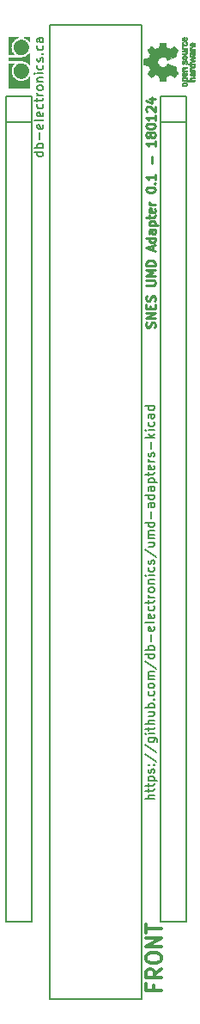
<source format=gto>
G04 #@! TF.FileFunction,Legend,Top*
%FSLAX46Y46*%
G04 Gerber Fmt 4.6, Leading zero omitted, Abs format (unit mm)*
G04 Created by KiCad (PCBNEW 4.0.7-e2-6376~58~ubuntu16.04.1) date Fri Feb  2 14:31:39 2018*
%MOMM*%
%LPD*%
G01*
G04 APERTURE LIST*
%ADD10C,0.177800*%
%ADD11C,0.203200*%
%ADD12C,0.222250*%
%ADD13C,0.300000*%
%ADD14C,0.010000*%
G04 APERTURE END LIST*
D10*
D11*
X146500907Y-134309609D02*
X145611907Y-134309609D01*
X146500907Y-133928609D02*
X146035240Y-133928609D01*
X145950573Y-133970943D01*
X145908240Y-134055609D01*
X145908240Y-134182609D01*
X145950573Y-134267276D01*
X145992907Y-134309609D01*
X145908240Y-133632276D02*
X145908240Y-133293610D01*
X145611907Y-133505276D02*
X146373907Y-133505276D01*
X146458573Y-133462943D01*
X146500907Y-133378276D01*
X146500907Y-133293610D01*
X145908240Y-133124276D02*
X145908240Y-132785610D01*
X145611907Y-132997276D02*
X146373907Y-132997276D01*
X146458573Y-132954943D01*
X146500907Y-132870276D01*
X146500907Y-132785610D01*
X145908240Y-132489276D02*
X146797240Y-132489276D01*
X145950573Y-132489276D02*
X145908240Y-132404610D01*
X145908240Y-132235276D01*
X145950573Y-132150610D01*
X145992907Y-132108276D01*
X146077573Y-132065943D01*
X146331573Y-132065943D01*
X146416240Y-132108276D01*
X146458573Y-132150610D01*
X146500907Y-132235276D01*
X146500907Y-132404610D01*
X146458573Y-132489276D01*
X146458573Y-131727277D02*
X146500907Y-131642610D01*
X146500907Y-131473277D01*
X146458573Y-131388610D01*
X146373907Y-131346277D01*
X146331573Y-131346277D01*
X146246907Y-131388610D01*
X146204573Y-131473277D01*
X146204573Y-131600277D01*
X146162240Y-131684943D01*
X146077573Y-131727277D01*
X146035240Y-131727277D01*
X145950573Y-131684943D01*
X145908240Y-131600277D01*
X145908240Y-131473277D01*
X145950573Y-131388610D01*
X146416240Y-130965276D02*
X146458573Y-130922943D01*
X146500907Y-130965276D01*
X146458573Y-131007610D01*
X146416240Y-130965276D01*
X146500907Y-130965276D01*
X145950573Y-130965276D02*
X145992907Y-130922943D01*
X146035240Y-130965276D01*
X145992907Y-131007610D01*
X145950573Y-130965276D01*
X146035240Y-130965276D01*
X145569573Y-129906943D02*
X146712573Y-130668943D01*
X145569573Y-128975610D02*
X146712573Y-129737610D01*
X145908240Y-128298277D02*
X146627907Y-128298277D01*
X146712573Y-128340611D01*
X146754907Y-128382944D01*
X146797240Y-128467611D01*
X146797240Y-128594611D01*
X146754907Y-128679277D01*
X146458573Y-128298277D02*
X146500907Y-128382944D01*
X146500907Y-128552277D01*
X146458573Y-128636944D01*
X146416240Y-128679277D01*
X146331573Y-128721611D01*
X146077573Y-128721611D01*
X145992907Y-128679277D01*
X145950573Y-128636944D01*
X145908240Y-128552277D01*
X145908240Y-128382944D01*
X145950573Y-128298277D01*
X146500907Y-127874944D02*
X145908240Y-127874944D01*
X145611907Y-127874944D02*
X145654240Y-127917278D01*
X145696573Y-127874944D01*
X145654240Y-127832611D01*
X145611907Y-127874944D01*
X145696573Y-127874944D01*
X145908240Y-127578611D02*
X145908240Y-127239945D01*
X145611907Y-127451611D02*
X146373907Y-127451611D01*
X146458573Y-127409278D01*
X146500907Y-127324611D01*
X146500907Y-127239945D01*
X146500907Y-126943611D02*
X145611907Y-126943611D01*
X146500907Y-126562611D02*
X146035240Y-126562611D01*
X145950573Y-126604945D01*
X145908240Y-126689611D01*
X145908240Y-126816611D01*
X145950573Y-126901278D01*
X145992907Y-126943611D01*
X145908240Y-125758278D02*
X146500907Y-125758278D01*
X145908240Y-126139278D02*
X146373907Y-126139278D01*
X146458573Y-126096945D01*
X146500907Y-126012278D01*
X146500907Y-125885278D01*
X146458573Y-125800612D01*
X146416240Y-125758278D01*
X146500907Y-125334945D02*
X145611907Y-125334945D01*
X145950573Y-125334945D02*
X145908240Y-125250279D01*
X145908240Y-125080945D01*
X145950573Y-124996279D01*
X145992907Y-124953945D01*
X146077573Y-124911612D01*
X146331573Y-124911612D01*
X146416240Y-124953945D01*
X146458573Y-124996279D01*
X146500907Y-125080945D01*
X146500907Y-125250279D01*
X146458573Y-125334945D01*
X146416240Y-124530612D02*
X146458573Y-124488279D01*
X146500907Y-124530612D01*
X146458573Y-124572946D01*
X146416240Y-124530612D01*
X146500907Y-124530612D01*
X146458573Y-123726279D02*
X146500907Y-123810946D01*
X146500907Y-123980279D01*
X146458573Y-124064946D01*
X146416240Y-124107279D01*
X146331573Y-124149613D01*
X146077573Y-124149613D01*
X145992907Y-124107279D01*
X145950573Y-124064946D01*
X145908240Y-123980279D01*
X145908240Y-123810946D01*
X145950573Y-123726279D01*
X146500907Y-123218279D02*
X146458573Y-123302946D01*
X146416240Y-123345279D01*
X146331573Y-123387613D01*
X146077573Y-123387613D01*
X145992907Y-123345279D01*
X145950573Y-123302946D01*
X145908240Y-123218279D01*
X145908240Y-123091279D01*
X145950573Y-123006613D01*
X145992907Y-122964279D01*
X146077573Y-122921946D01*
X146331573Y-122921946D01*
X146416240Y-122964279D01*
X146458573Y-123006613D01*
X146500907Y-123091279D01*
X146500907Y-123218279D01*
X146500907Y-122540946D02*
X145908240Y-122540946D01*
X145992907Y-122540946D02*
X145950573Y-122498613D01*
X145908240Y-122413946D01*
X145908240Y-122286946D01*
X145950573Y-122202280D01*
X146035240Y-122159946D01*
X146500907Y-122159946D01*
X146035240Y-122159946D02*
X145950573Y-122117613D01*
X145908240Y-122032946D01*
X145908240Y-121905946D01*
X145950573Y-121821280D01*
X146035240Y-121778946D01*
X146500907Y-121778946D01*
X145569573Y-120720613D02*
X146712573Y-121482613D01*
X146500907Y-120043280D02*
X145611907Y-120043280D01*
X146458573Y-120043280D02*
X146500907Y-120127947D01*
X146500907Y-120297280D01*
X146458573Y-120381947D01*
X146416240Y-120424280D01*
X146331573Y-120466614D01*
X146077573Y-120466614D01*
X145992907Y-120424280D01*
X145950573Y-120381947D01*
X145908240Y-120297280D01*
X145908240Y-120127947D01*
X145950573Y-120043280D01*
X146500907Y-119619947D02*
X145611907Y-119619947D01*
X145950573Y-119619947D02*
X145908240Y-119535281D01*
X145908240Y-119365947D01*
X145950573Y-119281281D01*
X145992907Y-119238947D01*
X146077573Y-119196614D01*
X146331573Y-119196614D01*
X146416240Y-119238947D01*
X146458573Y-119281281D01*
X146500907Y-119365947D01*
X146500907Y-119535281D01*
X146458573Y-119619947D01*
X146162240Y-118815614D02*
X146162240Y-118138281D01*
X146458573Y-117376281D02*
X146500907Y-117460947D01*
X146500907Y-117630281D01*
X146458573Y-117714947D01*
X146373907Y-117757281D01*
X146035240Y-117757281D01*
X145950573Y-117714947D01*
X145908240Y-117630281D01*
X145908240Y-117460947D01*
X145950573Y-117376281D01*
X146035240Y-117333947D01*
X146119907Y-117333947D01*
X146204573Y-117757281D01*
X146500907Y-116825947D02*
X146458573Y-116910614D01*
X146373907Y-116952947D01*
X145611907Y-116952947D01*
X146458573Y-116148614D02*
X146500907Y-116233280D01*
X146500907Y-116402614D01*
X146458573Y-116487280D01*
X146373907Y-116529614D01*
X146035240Y-116529614D01*
X145950573Y-116487280D01*
X145908240Y-116402614D01*
X145908240Y-116233280D01*
X145950573Y-116148614D01*
X146035240Y-116106280D01*
X146119907Y-116106280D01*
X146204573Y-116529614D01*
X146458573Y-115344280D02*
X146500907Y-115428947D01*
X146500907Y-115598280D01*
X146458573Y-115682947D01*
X146416240Y-115725280D01*
X146331573Y-115767614D01*
X146077573Y-115767614D01*
X145992907Y-115725280D01*
X145950573Y-115682947D01*
X145908240Y-115598280D01*
X145908240Y-115428947D01*
X145950573Y-115344280D01*
X145908240Y-115090280D02*
X145908240Y-114751614D01*
X145611907Y-114963280D02*
X146373907Y-114963280D01*
X146458573Y-114920947D01*
X146500907Y-114836280D01*
X146500907Y-114751614D01*
X146500907Y-114455280D02*
X145908240Y-114455280D01*
X146077573Y-114455280D02*
X145992907Y-114412947D01*
X145950573Y-114370614D01*
X145908240Y-114285947D01*
X145908240Y-114201280D01*
X146500907Y-113777947D02*
X146458573Y-113862614D01*
X146416240Y-113904947D01*
X146331573Y-113947281D01*
X146077573Y-113947281D01*
X145992907Y-113904947D01*
X145950573Y-113862614D01*
X145908240Y-113777947D01*
X145908240Y-113650947D01*
X145950573Y-113566281D01*
X145992907Y-113523947D01*
X146077573Y-113481614D01*
X146331573Y-113481614D01*
X146416240Y-113523947D01*
X146458573Y-113566281D01*
X146500907Y-113650947D01*
X146500907Y-113777947D01*
X145908240Y-113100614D02*
X146500907Y-113100614D01*
X145992907Y-113100614D02*
X145950573Y-113058281D01*
X145908240Y-112973614D01*
X145908240Y-112846614D01*
X145950573Y-112761948D01*
X146035240Y-112719614D01*
X146500907Y-112719614D01*
X146500907Y-112296281D02*
X145908240Y-112296281D01*
X145611907Y-112296281D02*
X145654240Y-112338615D01*
X145696573Y-112296281D01*
X145654240Y-112253948D01*
X145611907Y-112296281D01*
X145696573Y-112296281D01*
X146458573Y-111491948D02*
X146500907Y-111576615D01*
X146500907Y-111745948D01*
X146458573Y-111830615D01*
X146416240Y-111872948D01*
X146331573Y-111915282D01*
X146077573Y-111915282D01*
X145992907Y-111872948D01*
X145950573Y-111830615D01*
X145908240Y-111745948D01*
X145908240Y-111576615D01*
X145950573Y-111491948D01*
X146458573Y-111153282D02*
X146500907Y-111068615D01*
X146500907Y-110899282D01*
X146458573Y-110814615D01*
X146373907Y-110772282D01*
X146331573Y-110772282D01*
X146246907Y-110814615D01*
X146204573Y-110899282D01*
X146204573Y-111026282D01*
X146162240Y-111110948D01*
X146077573Y-111153282D01*
X146035240Y-111153282D01*
X145950573Y-111110948D01*
X145908240Y-111026282D01*
X145908240Y-110899282D01*
X145950573Y-110814615D01*
X145569573Y-109756281D02*
X146712573Y-110518281D01*
X145908240Y-109078948D02*
X146500907Y-109078948D01*
X145908240Y-109459948D02*
X146373907Y-109459948D01*
X146458573Y-109417615D01*
X146500907Y-109332948D01*
X146500907Y-109205948D01*
X146458573Y-109121282D01*
X146416240Y-109078948D01*
X146500907Y-108655615D02*
X145908240Y-108655615D01*
X145992907Y-108655615D02*
X145950573Y-108613282D01*
X145908240Y-108528615D01*
X145908240Y-108401615D01*
X145950573Y-108316949D01*
X146035240Y-108274615D01*
X146500907Y-108274615D01*
X146035240Y-108274615D02*
X145950573Y-108232282D01*
X145908240Y-108147615D01*
X145908240Y-108020615D01*
X145950573Y-107935949D01*
X146035240Y-107893615D01*
X146500907Y-107893615D01*
X146500907Y-107089282D02*
X145611907Y-107089282D01*
X146458573Y-107089282D02*
X146500907Y-107173949D01*
X146500907Y-107343282D01*
X146458573Y-107427949D01*
X146416240Y-107470282D01*
X146331573Y-107512616D01*
X146077573Y-107512616D01*
X145992907Y-107470282D01*
X145950573Y-107427949D01*
X145908240Y-107343282D01*
X145908240Y-107173949D01*
X145950573Y-107089282D01*
X146162240Y-106665949D02*
X146162240Y-105988616D01*
X146500907Y-105184282D02*
X146035240Y-105184282D01*
X145950573Y-105226616D01*
X145908240Y-105311282D01*
X145908240Y-105480616D01*
X145950573Y-105565282D01*
X146458573Y-105184282D02*
X146500907Y-105268949D01*
X146500907Y-105480616D01*
X146458573Y-105565282D01*
X146373907Y-105607616D01*
X146289240Y-105607616D01*
X146204573Y-105565282D01*
X146162240Y-105480616D01*
X146162240Y-105268949D01*
X146119907Y-105184282D01*
X146500907Y-104379949D02*
X145611907Y-104379949D01*
X146458573Y-104379949D02*
X146500907Y-104464616D01*
X146500907Y-104633949D01*
X146458573Y-104718616D01*
X146416240Y-104760949D01*
X146331573Y-104803283D01*
X146077573Y-104803283D01*
X145992907Y-104760949D01*
X145950573Y-104718616D01*
X145908240Y-104633949D01*
X145908240Y-104464616D01*
X145950573Y-104379949D01*
X146500907Y-103575616D02*
X146035240Y-103575616D01*
X145950573Y-103617950D01*
X145908240Y-103702616D01*
X145908240Y-103871950D01*
X145950573Y-103956616D01*
X146458573Y-103575616D02*
X146500907Y-103660283D01*
X146500907Y-103871950D01*
X146458573Y-103956616D01*
X146373907Y-103998950D01*
X146289240Y-103998950D01*
X146204573Y-103956616D01*
X146162240Y-103871950D01*
X146162240Y-103660283D01*
X146119907Y-103575616D01*
X145908240Y-103152283D02*
X146797240Y-103152283D01*
X145950573Y-103152283D02*
X145908240Y-103067617D01*
X145908240Y-102898283D01*
X145950573Y-102813617D01*
X145992907Y-102771283D01*
X146077573Y-102728950D01*
X146331573Y-102728950D01*
X146416240Y-102771283D01*
X146458573Y-102813617D01*
X146500907Y-102898283D01*
X146500907Y-103067617D01*
X146458573Y-103152283D01*
X145908240Y-102474950D02*
X145908240Y-102136284D01*
X145611907Y-102347950D02*
X146373907Y-102347950D01*
X146458573Y-102305617D01*
X146500907Y-102220950D01*
X146500907Y-102136284D01*
X146458573Y-101501284D02*
X146500907Y-101585950D01*
X146500907Y-101755284D01*
X146458573Y-101839950D01*
X146373907Y-101882284D01*
X146035240Y-101882284D01*
X145950573Y-101839950D01*
X145908240Y-101755284D01*
X145908240Y-101585950D01*
X145950573Y-101501284D01*
X146035240Y-101458950D01*
X146119907Y-101458950D01*
X146204573Y-101882284D01*
X146500907Y-101077950D02*
X145908240Y-101077950D01*
X146077573Y-101077950D02*
X145992907Y-101035617D01*
X145950573Y-100993284D01*
X145908240Y-100908617D01*
X145908240Y-100823950D01*
X146458573Y-100569951D02*
X146500907Y-100485284D01*
X146500907Y-100315951D01*
X146458573Y-100231284D01*
X146373907Y-100188951D01*
X146331573Y-100188951D01*
X146246907Y-100231284D01*
X146204573Y-100315951D01*
X146204573Y-100442951D01*
X146162240Y-100527617D01*
X146077573Y-100569951D01*
X146035240Y-100569951D01*
X145950573Y-100527617D01*
X145908240Y-100442951D01*
X145908240Y-100315951D01*
X145950573Y-100231284D01*
X146162240Y-99807950D02*
X146162240Y-99130617D01*
X146500907Y-98707283D02*
X145611907Y-98707283D01*
X146162240Y-98622617D02*
X146500907Y-98368617D01*
X145908240Y-98368617D02*
X146246907Y-98707283D01*
X146500907Y-97987616D02*
X145908240Y-97987616D01*
X145611907Y-97987616D02*
X145654240Y-98029950D01*
X145696573Y-97987616D01*
X145654240Y-97945283D01*
X145611907Y-97987616D01*
X145696573Y-97987616D01*
X146458573Y-97183283D02*
X146500907Y-97267950D01*
X146500907Y-97437283D01*
X146458573Y-97521950D01*
X146416240Y-97564283D01*
X146331573Y-97606617D01*
X146077573Y-97606617D01*
X145992907Y-97564283D01*
X145950573Y-97521950D01*
X145908240Y-97437283D01*
X145908240Y-97267950D01*
X145950573Y-97183283D01*
X146500907Y-96421283D02*
X146035240Y-96421283D01*
X145950573Y-96463617D01*
X145908240Y-96548283D01*
X145908240Y-96717617D01*
X145950573Y-96802283D01*
X146458573Y-96421283D02*
X146500907Y-96505950D01*
X146500907Y-96717617D01*
X146458573Y-96802283D01*
X146373907Y-96844617D01*
X146289240Y-96844617D01*
X146204573Y-96802283D01*
X146162240Y-96717617D01*
X146162240Y-96505950D01*
X146119907Y-96421283D01*
X146500907Y-95616950D02*
X145611907Y-95616950D01*
X146458573Y-95616950D02*
X146500907Y-95701617D01*
X146500907Y-95870950D01*
X146458573Y-95955617D01*
X146416240Y-95997950D01*
X146331573Y-96040284D01*
X146077573Y-96040284D01*
X145992907Y-95997950D01*
X145950573Y-95955617D01*
X145908240Y-95870950D01*
X145908240Y-95701617D01*
X145950573Y-95616950D01*
X135528107Y-70597945D02*
X134639107Y-70597945D01*
X135485773Y-70597945D02*
X135528107Y-70682612D01*
X135528107Y-70851945D01*
X135485773Y-70936612D01*
X135443440Y-70978945D01*
X135358773Y-71021279D01*
X135104773Y-71021279D01*
X135020107Y-70978945D01*
X134977773Y-70936612D01*
X134935440Y-70851945D01*
X134935440Y-70682612D01*
X134977773Y-70597945D01*
X135528107Y-70174612D02*
X134639107Y-70174612D01*
X134977773Y-70174612D02*
X134935440Y-70089946D01*
X134935440Y-69920612D01*
X134977773Y-69835946D01*
X135020107Y-69793612D01*
X135104773Y-69751279D01*
X135358773Y-69751279D01*
X135443440Y-69793612D01*
X135485773Y-69835946D01*
X135528107Y-69920612D01*
X135528107Y-70089946D01*
X135485773Y-70174612D01*
X135189440Y-69370279D02*
X135189440Y-68692946D01*
X135485773Y-67930946D02*
X135528107Y-68015612D01*
X135528107Y-68184946D01*
X135485773Y-68269612D01*
X135401107Y-68311946D01*
X135062440Y-68311946D01*
X134977773Y-68269612D01*
X134935440Y-68184946D01*
X134935440Y-68015612D01*
X134977773Y-67930946D01*
X135062440Y-67888612D01*
X135147107Y-67888612D01*
X135231773Y-68311946D01*
X135528107Y-67380612D02*
X135485773Y-67465279D01*
X135401107Y-67507612D01*
X134639107Y-67507612D01*
X135485773Y-66703279D02*
X135528107Y-66787945D01*
X135528107Y-66957279D01*
X135485773Y-67041945D01*
X135401107Y-67084279D01*
X135062440Y-67084279D01*
X134977773Y-67041945D01*
X134935440Y-66957279D01*
X134935440Y-66787945D01*
X134977773Y-66703279D01*
X135062440Y-66660945D01*
X135147107Y-66660945D01*
X135231773Y-67084279D01*
X135485773Y-65898945D02*
X135528107Y-65983612D01*
X135528107Y-66152945D01*
X135485773Y-66237612D01*
X135443440Y-66279945D01*
X135358773Y-66322279D01*
X135104773Y-66322279D01*
X135020107Y-66279945D01*
X134977773Y-66237612D01*
X134935440Y-66152945D01*
X134935440Y-65983612D01*
X134977773Y-65898945D01*
X134935440Y-65644945D02*
X134935440Y-65306279D01*
X134639107Y-65517945D02*
X135401107Y-65517945D01*
X135485773Y-65475612D01*
X135528107Y-65390945D01*
X135528107Y-65306279D01*
X135528107Y-65009945D02*
X134935440Y-65009945D01*
X135104773Y-65009945D02*
X135020107Y-64967612D01*
X134977773Y-64925279D01*
X134935440Y-64840612D01*
X134935440Y-64755945D01*
X135528107Y-64332612D02*
X135485773Y-64417279D01*
X135443440Y-64459612D01*
X135358773Y-64501946D01*
X135104773Y-64501946D01*
X135020107Y-64459612D01*
X134977773Y-64417279D01*
X134935440Y-64332612D01*
X134935440Y-64205612D01*
X134977773Y-64120946D01*
X135020107Y-64078612D01*
X135104773Y-64036279D01*
X135358773Y-64036279D01*
X135443440Y-64078612D01*
X135485773Y-64120946D01*
X135528107Y-64205612D01*
X135528107Y-64332612D01*
X134935440Y-63655279D02*
X135528107Y-63655279D01*
X135020107Y-63655279D02*
X134977773Y-63612946D01*
X134935440Y-63528279D01*
X134935440Y-63401279D01*
X134977773Y-63316613D01*
X135062440Y-63274279D01*
X135528107Y-63274279D01*
X135528107Y-62850946D02*
X134935440Y-62850946D01*
X134639107Y-62850946D02*
X134681440Y-62893280D01*
X134723773Y-62850946D01*
X134681440Y-62808613D01*
X134639107Y-62850946D01*
X134723773Y-62850946D01*
X135485773Y-62046613D02*
X135528107Y-62131280D01*
X135528107Y-62300613D01*
X135485773Y-62385280D01*
X135443440Y-62427613D01*
X135358773Y-62469947D01*
X135104773Y-62469947D01*
X135020107Y-62427613D01*
X134977773Y-62385280D01*
X134935440Y-62300613D01*
X134935440Y-62131280D01*
X134977773Y-62046613D01*
X135485773Y-61707947D02*
X135528107Y-61623280D01*
X135528107Y-61453947D01*
X135485773Y-61369280D01*
X135401107Y-61326947D01*
X135358773Y-61326947D01*
X135274107Y-61369280D01*
X135231773Y-61453947D01*
X135231773Y-61580947D01*
X135189440Y-61665613D01*
X135104773Y-61707947D01*
X135062440Y-61707947D01*
X134977773Y-61665613D01*
X134935440Y-61580947D01*
X134935440Y-61453947D01*
X134977773Y-61369280D01*
X135443440Y-60945946D02*
X135485773Y-60903613D01*
X135528107Y-60945946D01*
X135485773Y-60988280D01*
X135443440Y-60945946D01*
X135528107Y-60945946D01*
X135485773Y-60141613D02*
X135528107Y-60226280D01*
X135528107Y-60395613D01*
X135485773Y-60480280D01*
X135443440Y-60522613D01*
X135358773Y-60564947D01*
X135104773Y-60564947D01*
X135020107Y-60522613D01*
X134977773Y-60480280D01*
X134935440Y-60395613D01*
X134935440Y-60226280D01*
X134977773Y-60141613D01*
X135528107Y-59379613D02*
X135062440Y-59379613D01*
X134977773Y-59421947D01*
X134935440Y-59506613D01*
X134935440Y-59675947D01*
X134977773Y-59760613D01*
X135485773Y-59379613D02*
X135528107Y-59464280D01*
X135528107Y-59675947D01*
X135485773Y-59760613D01*
X135401107Y-59802947D01*
X135316440Y-59802947D01*
X135231773Y-59760613D01*
X135189440Y-59675947D01*
X135189440Y-59464280D01*
X135147107Y-59379613D01*
D12*
X146509373Y-87886880D02*
X146551707Y-87759880D01*
X146551707Y-87548213D01*
X146509373Y-87463546D01*
X146467040Y-87421213D01*
X146382373Y-87378880D01*
X146297707Y-87378880D01*
X146213040Y-87421213D01*
X146170707Y-87463546D01*
X146128373Y-87548213D01*
X146086040Y-87717546D01*
X146043707Y-87802213D01*
X146001373Y-87844546D01*
X145916707Y-87886880D01*
X145832040Y-87886880D01*
X145747373Y-87844546D01*
X145705040Y-87802213D01*
X145662707Y-87717546D01*
X145662707Y-87505880D01*
X145705040Y-87378880D01*
X146551707Y-86997879D02*
X145662707Y-86997879D01*
X146551707Y-86489879D01*
X145662707Y-86489879D01*
X146086040Y-86066546D02*
X146086040Y-85770213D01*
X146551707Y-85643213D02*
X146551707Y-86066546D01*
X145662707Y-86066546D01*
X145662707Y-85643213D01*
X146509373Y-85304547D02*
X146551707Y-85177547D01*
X146551707Y-84965880D01*
X146509373Y-84881213D01*
X146467040Y-84838880D01*
X146382373Y-84796547D01*
X146297707Y-84796547D01*
X146213040Y-84838880D01*
X146170707Y-84881213D01*
X146128373Y-84965880D01*
X146086040Y-85135213D01*
X146043707Y-85219880D01*
X146001373Y-85262213D01*
X145916707Y-85304547D01*
X145832040Y-85304547D01*
X145747373Y-85262213D01*
X145705040Y-85219880D01*
X145662707Y-85135213D01*
X145662707Y-84923547D01*
X145705040Y-84796547D01*
X145662707Y-83738213D02*
X146382373Y-83738213D01*
X146467040Y-83695880D01*
X146509373Y-83653547D01*
X146551707Y-83568880D01*
X146551707Y-83399547D01*
X146509373Y-83314880D01*
X146467040Y-83272547D01*
X146382373Y-83230213D01*
X145662707Y-83230213D01*
X146551707Y-82806880D02*
X145662707Y-82806880D01*
X146297707Y-82510547D01*
X145662707Y-82214214D01*
X146551707Y-82214214D01*
X146551707Y-81790880D02*
X145662707Y-81790880D01*
X145662707Y-81579214D01*
X145705040Y-81452214D01*
X145789707Y-81367547D01*
X145874373Y-81325214D01*
X146043707Y-81282880D01*
X146170707Y-81282880D01*
X146340040Y-81325214D01*
X146424707Y-81367547D01*
X146509373Y-81452214D01*
X146551707Y-81579214D01*
X146551707Y-81790880D01*
X146297707Y-80266881D02*
X146297707Y-79843547D01*
X146551707Y-80351547D02*
X145662707Y-80055214D01*
X146551707Y-79758881D01*
X146551707Y-79081547D02*
X145662707Y-79081547D01*
X146509373Y-79081547D02*
X146551707Y-79166214D01*
X146551707Y-79335547D01*
X146509373Y-79420214D01*
X146467040Y-79462547D01*
X146382373Y-79504881D01*
X146128373Y-79504881D01*
X146043707Y-79462547D01*
X146001373Y-79420214D01*
X145959040Y-79335547D01*
X145959040Y-79166214D01*
X146001373Y-79081547D01*
X146551707Y-78277214D02*
X146086040Y-78277214D01*
X146001373Y-78319548D01*
X145959040Y-78404214D01*
X145959040Y-78573548D01*
X146001373Y-78658214D01*
X146509373Y-78277214D02*
X146551707Y-78361881D01*
X146551707Y-78573548D01*
X146509373Y-78658214D01*
X146424707Y-78700548D01*
X146340040Y-78700548D01*
X146255373Y-78658214D01*
X146213040Y-78573548D01*
X146213040Y-78361881D01*
X146170707Y-78277214D01*
X145959040Y-77853881D02*
X146848040Y-77853881D01*
X146001373Y-77853881D02*
X145959040Y-77769215D01*
X145959040Y-77599881D01*
X146001373Y-77515215D01*
X146043707Y-77472881D01*
X146128373Y-77430548D01*
X146382373Y-77430548D01*
X146467040Y-77472881D01*
X146509373Y-77515215D01*
X146551707Y-77599881D01*
X146551707Y-77769215D01*
X146509373Y-77853881D01*
X145959040Y-77176548D02*
X145959040Y-76837882D01*
X145662707Y-77049548D02*
X146424707Y-77049548D01*
X146509373Y-77007215D01*
X146551707Y-76922548D01*
X146551707Y-76837882D01*
X146509373Y-76202882D02*
X146551707Y-76287548D01*
X146551707Y-76456882D01*
X146509373Y-76541548D01*
X146424707Y-76583882D01*
X146086040Y-76583882D01*
X146001373Y-76541548D01*
X145959040Y-76456882D01*
X145959040Y-76287548D01*
X146001373Y-76202882D01*
X146086040Y-76160548D01*
X146170707Y-76160548D01*
X146255373Y-76583882D01*
X146551707Y-75779548D02*
X145959040Y-75779548D01*
X146128373Y-75779548D02*
X146043707Y-75737215D01*
X146001373Y-75694882D01*
X145959040Y-75610215D01*
X145959040Y-75525548D01*
X145662707Y-74382549D02*
X145662707Y-74297882D01*
X145705040Y-74213216D01*
X145747373Y-74170882D01*
X145832040Y-74128549D01*
X146001373Y-74086216D01*
X146213040Y-74086216D01*
X146382373Y-74128549D01*
X146467040Y-74170882D01*
X146509373Y-74213216D01*
X146551707Y-74297882D01*
X146551707Y-74382549D01*
X146509373Y-74467216D01*
X146467040Y-74509549D01*
X146382373Y-74551882D01*
X146213040Y-74594216D01*
X146001373Y-74594216D01*
X145832040Y-74551882D01*
X145747373Y-74509549D01*
X145705040Y-74467216D01*
X145662707Y-74382549D01*
X146467040Y-73705215D02*
X146509373Y-73662882D01*
X146551707Y-73705215D01*
X146509373Y-73747549D01*
X146467040Y-73705215D01*
X146551707Y-73705215D01*
X146551707Y-72816216D02*
X146551707Y-73324216D01*
X146551707Y-73070216D02*
X145662707Y-73070216D01*
X145789707Y-73154882D01*
X145874373Y-73239549D01*
X145916707Y-73324216D01*
X146213040Y-71757882D02*
X146213040Y-71080549D01*
X146551707Y-69514216D02*
X146551707Y-70022216D01*
X146551707Y-69768216D02*
X145662707Y-69768216D01*
X145789707Y-69852882D01*
X145874373Y-69937549D01*
X145916707Y-70022216D01*
X146043707Y-69006215D02*
X146001373Y-69090882D01*
X145959040Y-69133215D01*
X145874373Y-69175549D01*
X145832040Y-69175549D01*
X145747373Y-69133215D01*
X145705040Y-69090882D01*
X145662707Y-69006215D01*
X145662707Y-68836882D01*
X145705040Y-68752215D01*
X145747373Y-68709882D01*
X145832040Y-68667549D01*
X145874373Y-68667549D01*
X145959040Y-68709882D01*
X146001373Y-68752215D01*
X146043707Y-68836882D01*
X146043707Y-69006215D01*
X146086040Y-69090882D01*
X146128373Y-69133215D01*
X146213040Y-69175549D01*
X146382373Y-69175549D01*
X146467040Y-69133215D01*
X146509373Y-69090882D01*
X146551707Y-69006215D01*
X146551707Y-68836882D01*
X146509373Y-68752215D01*
X146467040Y-68709882D01*
X146382373Y-68667549D01*
X146213040Y-68667549D01*
X146128373Y-68709882D01*
X146086040Y-68752215D01*
X146043707Y-68836882D01*
X145662707Y-68117215D02*
X145662707Y-68032548D01*
X145705040Y-67947882D01*
X145747373Y-67905548D01*
X145832040Y-67863215D01*
X146001373Y-67820882D01*
X146213040Y-67820882D01*
X146382373Y-67863215D01*
X146467040Y-67905548D01*
X146509373Y-67947882D01*
X146551707Y-68032548D01*
X146551707Y-68117215D01*
X146509373Y-68201882D01*
X146467040Y-68244215D01*
X146382373Y-68286548D01*
X146213040Y-68328882D01*
X146001373Y-68328882D01*
X145832040Y-68286548D01*
X145747373Y-68244215D01*
X145705040Y-68201882D01*
X145662707Y-68117215D01*
X146551707Y-66974215D02*
X146551707Y-67482215D01*
X146551707Y-67228215D02*
X145662707Y-67228215D01*
X145789707Y-67312881D01*
X145874373Y-67397548D01*
X145916707Y-67482215D01*
X145747373Y-66635548D02*
X145705040Y-66593214D01*
X145662707Y-66508548D01*
X145662707Y-66296881D01*
X145705040Y-66212214D01*
X145747373Y-66169881D01*
X145832040Y-66127548D01*
X145916707Y-66127548D01*
X146043707Y-66169881D01*
X146551707Y-66677881D01*
X146551707Y-66127548D01*
X145959040Y-65365547D02*
X146551707Y-65365547D01*
X145620373Y-65577214D02*
X146255373Y-65788881D01*
X146255373Y-65238547D01*
D13*
X146397997Y-152693851D02*
X146397997Y-153193851D01*
X147183711Y-153193851D02*
X145683711Y-153193851D01*
X145683711Y-152479565D01*
X147183711Y-151050994D02*
X146469426Y-151550994D01*
X147183711Y-151908137D02*
X145683711Y-151908137D01*
X145683711Y-151336709D01*
X145755140Y-151193851D01*
X145826569Y-151122423D01*
X145969426Y-151050994D01*
X146183711Y-151050994D01*
X146326569Y-151122423D01*
X146397997Y-151193851D01*
X146469426Y-151336709D01*
X146469426Y-151908137D01*
X145683711Y-150122423D02*
X145683711Y-149836709D01*
X145755140Y-149693851D01*
X145897997Y-149550994D01*
X146183711Y-149479566D01*
X146683711Y-149479566D01*
X146969426Y-149550994D01*
X147112283Y-149693851D01*
X147183711Y-149836709D01*
X147183711Y-150122423D01*
X147112283Y-150265280D01*
X146969426Y-150408137D01*
X146683711Y-150479566D01*
X146183711Y-150479566D01*
X145897997Y-150408137D01*
X145755140Y-150265280D01*
X145683711Y-150122423D01*
X147183711Y-148836708D02*
X145683711Y-148836708D01*
X147183711Y-147979565D01*
X145683711Y-147979565D01*
X145683711Y-147479565D02*
X145683711Y-146622422D01*
X147183711Y-147050993D02*
X145683711Y-147050993D01*
D10*
X147063940Y-67693880D02*
X149603940Y-67693880D01*
X149603940Y-65153880D02*
X147063940Y-65153880D01*
X149603940Y-146433880D02*
X149603940Y-65153880D01*
X147063940Y-146433880D02*
X149603940Y-146433880D01*
X147063940Y-65153880D02*
X147063940Y-146433880D01*
X131823940Y-67693880D02*
X134363940Y-67693880D01*
X134363940Y-65153880D02*
X133093940Y-65153880D01*
X134363940Y-146433880D02*
X134363940Y-65153880D01*
X131823940Y-146433880D02*
X134363940Y-146433880D01*
X131823940Y-65153880D02*
X131823940Y-146433880D01*
X133093940Y-65153880D02*
X131823940Y-65153880D01*
X145203940Y-58091880D02*
X136203940Y-58091880D01*
X145203940Y-147991880D02*
X145203940Y-58091880D01*
X136203940Y-138241880D02*
X136203940Y-58091880D01*
X136203940Y-153991880D02*
X136203940Y-138241880D01*
X138203940Y-153991880D02*
X136203940Y-153991880D01*
X145203940Y-153991880D02*
X138203940Y-153991880D01*
X145203940Y-153991880D02*
X145203940Y-147991880D01*
D14*
G36*
X149207505Y-63373693D02*
X149242806Y-63298252D01*
X149313031Y-63256789D01*
X149426583Y-63241481D01*
X149467392Y-63240817D01*
X149566030Y-63244819D01*
X149627516Y-63260745D01*
X149670817Y-63294478D01*
X149681765Y-63307294D01*
X149722066Y-63394169D01*
X149719862Y-63452437D01*
X149713269Y-63497551D01*
X149725182Y-63520943D01*
X149768125Y-63529749D01*
X149854621Y-63531103D01*
X149857940Y-63531103D01*
X149945901Y-63529860D01*
X149989941Y-63521374D01*
X150002585Y-63498510D01*
X149996357Y-63454134D01*
X149996017Y-63452437D01*
X150002671Y-63360388D01*
X150034949Y-63306263D01*
X150070021Y-63270815D01*
X150113996Y-63250162D01*
X150182419Y-63240204D01*
X150290834Y-63236838D01*
X150298332Y-63236762D01*
X150405685Y-63237004D01*
X150469055Y-63242570D01*
X150500873Y-63256899D01*
X150513568Y-63283428D01*
X150515895Y-63296939D01*
X150516451Y-63329967D01*
X150498540Y-63349511D01*
X150450405Y-63360094D01*
X150360291Y-63366237D01*
X150332450Y-63367495D01*
X150230889Y-63373169D01*
X150173315Y-63382458D01*
X150147288Y-63400469D01*
X150140371Y-63432308D01*
X150140162Y-63446436D01*
X150143598Y-63483987D01*
X150162236Y-63505934D01*
X150208572Y-63517451D01*
X150295099Y-63523713D01*
X150330662Y-63525337D01*
X150432904Y-63531791D01*
X150490714Y-63542510D01*
X150516102Y-63561407D01*
X150521162Y-63587428D01*
X150512937Y-63618662D01*
X150479767Y-63636727D01*
X150408906Y-63646509D01*
X150358884Y-63649639D01*
X150275940Y-63651989D01*
X150149910Y-63653096D01*
X149994135Y-63652955D01*
X149821960Y-63651563D01*
X149698566Y-63649838D01*
X149429520Y-63645374D01*
X149429520Y-63525868D01*
X149520472Y-63520619D01*
X149588512Y-63493308D01*
X149617848Y-63450590D01*
X149618051Y-63446436D01*
X149598937Y-63412476D01*
X149577687Y-63391626D01*
X149524361Y-63371795D01*
X149445009Y-63366091D01*
X149429520Y-63367004D01*
X149358473Y-63377833D01*
X149327873Y-63402257D01*
X149321717Y-63446436D01*
X149329325Y-63493562D01*
X149362792Y-63516345D01*
X149429520Y-63525868D01*
X149429520Y-63645374D01*
X149200526Y-63641573D01*
X149198727Y-63490934D01*
X149207505Y-63373693D01*
X149207505Y-63373693D01*
G37*
X149207505Y-63373693D02*
X149242806Y-63298252D01*
X149313031Y-63256789D01*
X149426583Y-63241481D01*
X149467392Y-63240817D01*
X149566030Y-63244819D01*
X149627516Y-63260745D01*
X149670817Y-63294478D01*
X149681765Y-63307294D01*
X149722066Y-63394169D01*
X149719862Y-63452437D01*
X149713269Y-63497551D01*
X149725182Y-63520943D01*
X149768125Y-63529749D01*
X149854621Y-63531103D01*
X149857940Y-63531103D01*
X149945901Y-63529860D01*
X149989941Y-63521374D01*
X150002585Y-63498510D01*
X149996357Y-63454134D01*
X149996017Y-63452437D01*
X150002671Y-63360388D01*
X150034949Y-63306263D01*
X150070021Y-63270815D01*
X150113996Y-63250162D01*
X150182419Y-63240204D01*
X150290834Y-63236838D01*
X150298332Y-63236762D01*
X150405685Y-63237004D01*
X150469055Y-63242570D01*
X150500873Y-63256899D01*
X150513568Y-63283428D01*
X150515895Y-63296939D01*
X150516451Y-63329967D01*
X150498540Y-63349511D01*
X150450405Y-63360094D01*
X150360291Y-63366237D01*
X150332450Y-63367495D01*
X150230889Y-63373169D01*
X150173315Y-63382458D01*
X150147288Y-63400469D01*
X150140371Y-63432308D01*
X150140162Y-63446436D01*
X150143598Y-63483987D01*
X150162236Y-63505934D01*
X150208572Y-63517451D01*
X150295099Y-63523713D01*
X150330662Y-63525337D01*
X150432904Y-63531791D01*
X150490714Y-63542510D01*
X150516102Y-63561407D01*
X150521162Y-63587428D01*
X150512937Y-63618662D01*
X150479767Y-63636727D01*
X150408906Y-63646509D01*
X150358884Y-63649639D01*
X150275940Y-63651989D01*
X150149910Y-63653096D01*
X149994135Y-63652955D01*
X149821960Y-63651563D01*
X149698566Y-63649838D01*
X149429520Y-63645374D01*
X149429520Y-63525868D01*
X149520472Y-63520619D01*
X149588512Y-63493308D01*
X149617848Y-63450590D01*
X149618051Y-63446436D01*
X149598937Y-63412476D01*
X149577687Y-63391626D01*
X149524361Y-63371795D01*
X149445009Y-63366091D01*
X149429520Y-63367004D01*
X149358473Y-63377833D01*
X149327873Y-63402257D01*
X149321717Y-63446436D01*
X149329325Y-63493562D01*
X149362792Y-63516345D01*
X149429520Y-63525868D01*
X149429520Y-63645374D01*
X149200526Y-63641573D01*
X149198727Y-63490934D01*
X149207505Y-63373693D01*
G36*
X149997118Y-62898023D02*
X150028873Y-62831827D01*
X150057396Y-62799838D01*
X150096834Y-62780961D01*
X150161323Y-62771851D01*
X150265002Y-62769164D01*
X150294065Y-62769103D01*
X150515324Y-62769103D01*
X150517191Y-62925377D01*
X150512382Y-63031265D01*
X150491814Y-63099765D01*
X150463665Y-63137044D01*
X150398792Y-63184280D01*
X150358884Y-63183560D01*
X150358884Y-63046097D01*
X150394412Y-63039922D01*
X150407545Y-62994682D01*
X150408273Y-62968728D01*
X150400098Y-62906129D01*
X150368798Y-62883353D01*
X150349954Y-62881991D01*
X150308277Y-62893115D01*
X150298638Y-62936928D01*
X150300565Y-62959361D01*
X150324658Y-63023704D01*
X150358884Y-63046097D01*
X150358884Y-63183560D01*
X150335301Y-63183134D01*
X150273441Y-63148502D01*
X150228191Y-63097971D01*
X150211418Y-63019921D01*
X150210717Y-62991211D01*
X150206337Y-62918236D01*
X150189152Y-62888586D01*
X150161328Y-62887665D01*
X150125664Y-62913078D01*
X150112380Y-62977951D01*
X150111940Y-62999951D01*
X150103492Y-63088693D01*
X150079898Y-63128672D01*
X150043784Y-63117012D01*
X150024965Y-63095275D01*
X149988822Y-63002049D01*
X149997118Y-62898023D01*
X149997118Y-62898023D01*
G37*
X149997118Y-62898023D02*
X150028873Y-62831827D01*
X150057396Y-62799838D01*
X150096834Y-62780961D01*
X150161323Y-62771851D01*
X150265002Y-62769164D01*
X150294065Y-62769103D01*
X150515324Y-62769103D01*
X150517191Y-62925377D01*
X150512382Y-63031265D01*
X150491814Y-63099765D01*
X150463665Y-63137044D01*
X150398792Y-63184280D01*
X150358884Y-63183560D01*
X150358884Y-63046097D01*
X150394412Y-63039922D01*
X150407545Y-62994682D01*
X150408273Y-62968728D01*
X150400098Y-62906129D01*
X150368798Y-62883353D01*
X150349954Y-62881991D01*
X150308277Y-62893115D01*
X150298638Y-62936928D01*
X150300565Y-62959361D01*
X150324658Y-63023704D01*
X150358884Y-63046097D01*
X150358884Y-63183560D01*
X150335301Y-63183134D01*
X150273441Y-63148502D01*
X150228191Y-63097971D01*
X150211418Y-63019921D01*
X150210717Y-62991211D01*
X150206337Y-62918236D01*
X150189152Y-62888586D01*
X150161328Y-62887665D01*
X150125664Y-62913078D01*
X150112380Y-62977951D01*
X150111940Y-62999951D01*
X150103492Y-63088693D01*
X150079898Y-63128672D01*
X150043784Y-63117012D01*
X150024965Y-63095275D01*
X149988822Y-63002049D01*
X149997118Y-62898023D01*
G36*
X149998186Y-62553933D02*
X150016617Y-62543325D01*
X150031743Y-62529927D01*
X150013466Y-62501358D01*
X149995715Y-62452266D01*
X149996818Y-62389228D01*
X150013488Y-62336402D01*
X150038466Y-62317547D01*
X150082482Y-62342765D01*
X150117809Y-62406551D01*
X150130402Y-62458658D01*
X150139600Y-62496330D01*
X150162909Y-62518382D01*
X150213491Y-62530001D01*
X150304512Y-62536373D01*
X150330662Y-62537559D01*
X150432689Y-62543924D01*
X150490374Y-62554473D01*
X150515821Y-62573241D01*
X150521162Y-62601059D01*
X150516815Y-62626715D01*
X150496813Y-62642910D01*
X150450712Y-62651792D01*
X150368072Y-62655509D01*
X150253051Y-62656214D01*
X150128438Y-62655361D01*
X150049792Y-62651335D01*
X150006641Y-62641930D01*
X149988516Y-62624942D01*
X149984940Y-62599769D01*
X149998186Y-62553933D01*
X149998186Y-62553933D01*
G37*
X149998186Y-62553933D02*
X150016617Y-62543325D01*
X150031743Y-62529927D01*
X150013466Y-62501358D01*
X149995715Y-62452266D01*
X149996818Y-62389228D01*
X150013488Y-62336402D01*
X150038466Y-62317547D01*
X150082482Y-62342765D01*
X150117809Y-62406551D01*
X150130402Y-62458658D01*
X150139600Y-62496330D01*
X150162909Y-62518382D01*
X150213491Y-62530001D01*
X150304512Y-62536373D01*
X150330662Y-62537559D01*
X150432689Y-62543924D01*
X150490374Y-62554473D01*
X150515821Y-62573241D01*
X150521162Y-62601059D01*
X150516815Y-62626715D01*
X150496813Y-62642910D01*
X150450712Y-62651792D01*
X150368072Y-62655509D01*
X150253051Y-62656214D01*
X150128438Y-62655361D01*
X150049792Y-62651335D01*
X150006641Y-62641930D01*
X149988516Y-62624942D01*
X149984940Y-62599769D01*
X149998186Y-62553933D01*
G36*
X149790524Y-61927509D02*
X149805972Y-61911732D01*
X149842772Y-61901921D01*
X149909967Y-61896670D01*
X150016601Y-61894570D01*
X150150277Y-61894214D01*
X150513170Y-61894214D01*
X150515564Y-62063069D01*
X150513717Y-62162721D01*
X150501507Y-62223109D01*
X150474248Y-62261129D01*
X150456836Y-62274735D01*
X150375468Y-62307271D01*
X150269471Y-62318988D01*
X150263533Y-62318530D01*
X150263533Y-62204658D01*
X150345953Y-62188477D01*
X150394771Y-62148464D01*
X150404363Y-62097416D01*
X150369103Y-62048129D01*
X150339798Y-62031138D01*
X150259079Y-62013499D01*
X150179987Y-62025049D01*
X150124900Y-62061235D01*
X150116252Y-62076598D01*
X150121169Y-62130919D01*
X150167190Y-62177434D01*
X150239222Y-62203024D01*
X150263533Y-62204658D01*
X150263533Y-62318530D01*
X150161022Y-62310614D01*
X150072300Y-62282876D01*
X150041384Y-62261103D01*
X149991731Y-62185849D01*
X149995166Y-62104779D01*
X150014155Y-62061692D01*
X150026947Y-62028351D01*
X150010629Y-62012324D01*
X149953922Y-62007376D01*
X149915377Y-62007103D01*
X149835633Y-62003469D01*
X149797768Y-61988355D01*
X149787452Y-61955441D01*
X149787384Y-61950658D01*
X149790524Y-61927509D01*
X149790524Y-61927509D01*
G37*
X149790524Y-61927509D02*
X149805972Y-61911732D01*
X149842772Y-61901921D01*
X149909967Y-61896670D01*
X150016601Y-61894570D01*
X150150277Y-61894214D01*
X150513170Y-61894214D01*
X150515564Y-62063069D01*
X150513717Y-62162721D01*
X150501507Y-62223109D01*
X150474248Y-62261129D01*
X150456836Y-62274735D01*
X150375468Y-62307271D01*
X150269471Y-62318988D01*
X150263533Y-62318530D01*
X150263533Y-62204658D01*
X150345953Y-62188477D01*
X150394771Y-62148464D01*
X150404363Y-62097416D01*
X150369103Y-62048129D01*
X150339798Y-62031138D01*
X150259079Y-62013499D01*
X150179987Y-62025049D01*
X150124900Y-62061235D01*
X150116252Y-62076598D01*
X150121169Y-62130919D01*
X150167190Y-62177434D01*
X150239222Y-62203024D01*
X150263533Y-62204658D01*
X150263533Y-62318530D01*
X150161022Y-62310614D01*
X150072300Y-62282876D01*
X150041384Y-62261103D01*
X149991731Y-62185849D01*
X149995166Y-62104779D01*
X150014155Y-62061692D01*
X150026947Y-62028351D01*
X150010629Y-62012324D01*
X149953922Y-62007376D01*
X149915377Y-62007103D01*
X149835633Y-62003469D01*
X149797768Y-61988355D01*
X149787452Y-61955441D01*
X149787384Y-61950658D01*
X149790524Y-61927509D01*
G36*
X149991512Y-61142678D02*
X150000544Y-61132214D01*
X150032699Y-61139809D01*
X150106084Y-61160192D01*
X150207919Y-61189759D01*
X150269910Y-61208176D01*
X150389882Y-61245693D01*
X150464598Y-61274394D01*
X150503499Y-61299390D01*
X150516027Y-61325794D01*
X150515361Y-61341060D01*
X150493025Y-61381537D01*
X150432549Y-61416348D01*
X150351828Y-61443819D01*
X150196606Y-61489656D01*
X150358884Y-61541867D01*
X150462982Y-61581362D01*
X150516382Y-61618564D01*
X150518040Y-61656154D01*
X150466913Y-61696811D01*
X150361959Y-61743217D01*
X150267517Y-61776683D01*
X150144809Y-61814477D01*
X150053871Y-61835610D01*
X150003442Y-61838220D01*
X149996905Y-61834298D01*
X149990229Y-61781518D01*
X150039221Y-61735543D01*
X150143473Y-61696739D01*
X150151678Y-61694596D01*
X150228393Y-61671539D01*
X150273378Y-61651281D01*
X150278774Y-61642063D01*
X150244917Y-61624381D01*
X150176198Y-61597236D01*
X150131110Y-61581333D01*
X150053683Y-61547659D01*
X150006418Y-61512560D01*
X149999051Y-61496783D01*
X150024263Y-61465806D01*
X150091623Y-61427784D01*
X150163607Y-61398646D01*
X150328162Y-61340290D01*
X150156551Y-61292578D01*
X150058731Y-61261648D01*
X150005542Y-61233242D01*
X149985930Y-61200658D01*
X149984940Y-61188540D01*
X149991512Y-61142678D01*
X149991512Y-61142678D01*
G37*
X149991512Y-61142678D02*
X150000544Y-61132214D01*
X150032699Y-61139809D01*
X150106084Y-61160192D01*
X150207919Y-61189759D01*
X150269910Y-61208176D01*
X150389882Y-61245693D01*
X150464598Y-61274394D01*
X150503499Y-61299390D01*
X150516027Y-61325794D01*
X150515361Y-61341060D01*
X150493025Y-61381537D01*
X150432549Y-61416348D01*
X150351828Y-61443819D01*
X150196606Y-61489656D01*
X150358884Y-61541867D01*
X150462982Y-61581362D01*
X150516382Y-61618564D01*
X150518040Y-61656154D01*
X150466913Y-61696811D01*
X150361959Y-61743217D01*
X150267517Y-61776683D01*
X150144809Y-61814477D01*
X150053871Y-61835610D01*
X150003442Y-61838220D01*
X149996905Y-61834298D01*
X149990229Y-61781518D01*
X150039221Y-61735543D01*
X150143473Y-61696739D01*
X150151678Y-61694596D01*
X150228393Y-61671539D01*
X150273378Y-61651281D01*
X150278774Y-61642063D01*
X150244917Y-61624381D01*
X150176198Y-61597236D01*
X150131110Y-61581333D01*
X150053683Y-61547659D01*
X150006418Y-61512560D01*
X149999051Y-61496783D01*
X150024263Y-61465806D01*
X150091623Y-61427784D01*
X150163607Y-61398646D01*
X150328162Y-61340290D01*
X150156551Y-61292578D01*
X150058731Y-61261648D01*
X150005542Y-61233242D01*
X149985930Y-61200658D01*
X149984940Y-61188540D01*
X149991512Y-61142678D01*
G36*
X150004385Y-60838983D02*
X150038995Y-60763781D01*
X150068965Y-60737446D01*
X150123475Y-60722937D01*
X150214412Y-60712654D01*
X150318717Y-60708880D01*
X150515095Y-60708880D01*
X150517426Y-60874475D01*
X150513725Y-60981910D01*
X150496532Y-61049187D01*
X150468848Y-61086142D01*
X150388546Y-61130636D01*
X150377193Y-61129825D01*
X150377193Y-61006950D01*
X150378513Y-61006164D01*
X150403088Y-60962887D01*
X150400091Y-60900559D01*
X150374606Y-60846170D01*
X150344773Y-60826997D01*
X150305832Y-60836013D01*
X150295816Y-60883200D01*
X150308160Y-60958732D01*
X150338210Y-61004329D01*
X150377193Y-61006950D01*
X150377193Y-61129825D01*
X150312656Y-61125213D01*
X150251614Y-61076081D01*
X150215856Y-60989446D01*
X150210717Y-60932642D01*
X150203299Y-60854520D01*
X150179060Y-60823219D01*
X150168922Y-60821769D01*
X150131057Y-60847300D01*
X150108777Y-60915513D01*
X150106123Y-61013838D01*
X150106334Y-61016468D01*
X150097404Y-61077823D01*
X150066673Y-61094222D01*
X150028892Y-61063723D01*
X150011463Y-61028968D01*
X149993823Y-60934398D01*
X150004385Y-60838983D01*
X150004385Y-60838983D01*
G37*
X150004385Y-60838983D02*
X150038995Y-60763781D01*
X150068965Y-60737446D01*
X150123475Y-60722937D01*
X150214412Y-60712654D01*
X150318717Y-60708880D01*
X150515095Y-60708880D01*
X150517426Y-60874475D01*
X150513725Y-60981910D01*
X150496532Y-61049187D01*
X150468848Y-61086142D01*
X150388546Y-61130636D01*
X150377193Y-61129825D01*
X150377193Y-61006950D01*
X150378513Y-61006164D01*
X150403088Y-60962887D01*
X150400091Y-60900559D01*
X150374606Y-60846170D01*
X150344773Y-60826997D01*
X150305832Y-60836013D01*
X150295816Y-60883200D01*
X150308160Y-60958732D01*
X150338210Y-61004329D01*
X150377193Y-61006950D01*
X150377193Y-61129825D01*
X150312656Y-61125213D01*
X150251614Y-61076081D01*
X150215856Y-60989446D01*
X150210717Y-60932642D01*
X150203299Y-60854520D01*
X150179060Y-60823219D01*
X150168922Y-60821769D01*
X150131057Y-60847300D01*
X150108777Y-60915513D01*
X150106123Y-61013838D01*
X150106334Y-61016468D01*
X150097404Y-61077823D01*
X150066673Y-61094222D01*
X150028892Y-61063723D01*
X150011463Y-61028968D01*
X149993823Y-60934398D01*
X150004385Y-60838983D01*
G36*
X149996398Y-60376232D02*
X150005821Y-60306270D01*
X150013454Y-60285074D01*
X150047551Y-60264405D01*
X150085429Y-60286061D01*
X150115428Y-60338075D01*
X150126051Y-60400602D01*
X150128460Y-60443017D01*
X150144040Y-60467601D01*
X150185317Y-60480159D01*
X150264817Y-60486495D01*
X150316551Y-60488869D01*
X150418389Y-60495023D01*
X150476828Y-60505457D01*
X150504912Y-60524937D01*
X150515682Y-60558225D01*
X150516211Y-60561801D01*
X150518367Y-60591893D01*
X150507574Y-60610390D01*
X150473541Y-60619583D01*
X150405976Y-60621764D01*
X150294587Y-60619224D01*
X150262720Y-60618245D01*
X150000068Y-60610103D01*
X149994947Y-60466704D01*
X149996398Y-60376232D01*
X149996398Y-60376232D01*
G37*
X149996398Y-60376232D02*
X150005821Y-60306270D01*
X150013454Y-60285074D01*
X150047551Y-60264405D01*
X150085429Y-60286061D01*
X150115428Y-60338075D01*
X150126051Y-60400602D01*
X150128460Y-60443017D01*
X150144040Y-60467601D01*
X150185317Y-60480159D01*
X150264817Y-60486495D01*
X150316551Y-60488869D01*
X150418389Y-60495023D01*
X150476828Y-60505457D01*
X150504912Y-60524937D01*
X150515682Y-60558225D01*
X150516211Y-60561801D01*
X150518367Y-60591893D01*
X150507574Y-60610390D01*
X150473541Y-60619583D01*
X150405976Y-60621764D01*
X150294587Y-60619224D01*
X150262720Y-60618245D01*
X150000068Y-60610103D01*
X149994947Y-60466704D01*
X149996398Y-60376232D01*
G36*
X150010690Y-59974178D02*
X150078253Y-59893811D01*
X150173094Y-59843814D01*
X150240267Y-59833991D01*
X150272009Y-59841023D01*
X150288639Y-59870931D01*
X150294789Y-59936934D01*
X150295384Y-59991283D01*
X150297809Y-60081323D01*
X150307759Y-60127008D01*
X150329248Y-60140317D01*
X150344773Y-60138736D01*
X150378266Y-60116623D01*
X150392577Y-60059278D01*
X150394162Y-60012274D01*
X150401858Y-59916467D01*
X150423821Y-59870846D01*
X150458363Y-59877531D01*
X150481136Y-59902930D01*
X150512924Y-59984266D01*
X150517686Y-60084712D01*
X150494278Y-60173219D01*
X150491301Y-60178603D01*
X150438512Y-60223346D01*
X150351362Y-60256262D01*
X150251645Y-60271238D01*
X150178337Y-60266371D01*
X150148069Y-60252652D01*
X150148069Y-60143264D01*
X150183601Y-60137588D01*
X150207617Y-60091691D01*
X150210717Y-60059769D01*
X150198909Y-59994376D01*
X150171403Y-59975103D01*
X150128026Y-59998617D01*
X150108613Y-60053799D01*
X150115845Y-60102103D01*
X150148069Y-60143264D01*
X150148069Y-60252652D01*
X150104288Y-60232806D01*
X150036095Y-60172802D01*
X149992134Y-60104884D01*
X149984940Y-60071402D01*
X150010690Y-59974178D01*
X150010690Y-59974178D01*
G37*
X150010690Y-59974178D02*
X150078253Y-59893811D01*
X150173094Y-59843814D01*
X150240267Y-59833991D01*
X150272009Y-59841023D01*
X150288639Y-59870931D01*
X150294789Y-59936934D01*
X150295384Y-59991283D01*
X150297809Y-60081323D01*
X150307759Y-60127008D01*
X150329248Y-60140317D01*
X150344773Y-60138736D01*
X150378266Y-60116623D01*
X150392577Y-60059278D01*
X150394162Y-60012274D01*
X150401858Y-59916467D01*
X150423821Y-59870846D01*
X150458363Y-59877531D01*
X150481136Y-59902930D01*
X150512924Y-59984266D01*
X150517686Y-60084712D01*
X150494278Y-60173219D01*
X150491301Y-60178603D01*
X150438512Y-60223346D01*
X150351362Y-60256262D01*
X150251645Y-60271238D01*
X150178337Y-60266371D01*
X150148069Y-60252652D01*
X150148069Y-60143264D01*
X150183601Y-60137588D01*
X150207617Y-60091691D01*
X150210717Y-60059769D01*
X150198909Y-59994376D01*
X150171403Y-59975103D01*
X150128026Y-59998617D01*
X150108613Y-60053799D01*
X150115845Y-60102103D01*
X150148069Y-60143264D01*
X150148069Y-60252652D01*
X150104288Y-60232806D01*
X150036095Y-60172802D01*
X149992134Y-60104884D01*
X149984940Y-60071402D01*
X150010690Y-59974178D01*
G36*
X149233797Y-63824670D02*
X149311193Y-63763446D01*
X149421532Y-63731278D01*
X149467917Y-63728658D01*
X149586591Y-63749065D01*
X149672413Y-63803707D01*
X149719602Y-63882721D01*
X149722375Y-63976242D01*
X149674951Y-64074404D01*
X149672447Y-64077630D01*
X149627992Y-64122909D01*
X149573943Y-64145123D01*
X149489256Y-64151841D01*
X149465700Y-64151991D01*
X149450318Y-64151084D01*
X149450318Y-64034268D01*
X149537638Y-64027157D01*
X149580434Y-63995092D01*
X149601939Y-63930736D01*
X149575266Y-63877259D01*
X149508680Y-63845686D01*
X149465291Y-63841547D01*
X149374629Y-63858362D01*
X149324373Y-63899570D01*
X149315600Y-63951318D01*
X149349386Y-63999752D01*
X149426809Y-64031019D01*
X149450318Y-64034268D01*
X149450318Y-64151084D01*
X149366152Y-64146116D01*
X149301092Y-64124096D01*
X149256081Y-64086673D01*
X149200561Y-63995883D01*
X149195027Y-63905349D01*
X149233797Y-63824670D01*
X149233797Y-63824670D01*
G37*
X149233797Y-63824670D02*
X149311193Y-63763446D01*
X149421532Y-63731278D01*
X149467917Y-63728658D01*
X149586591Y-63749065D01*
X149672413Y-63803707D01*
X149719602Y-63882721D01*
X149722375Y-63976242D01*
X149674951Y-64074404D01*
X149672447Y-64077630D01*
X149627992Y-64122909D01*
X149573943Y-64145123D01*
X149489256Y-64151841D01*
X149465700Y-64151991D01*
X149450318Y-64151084D01*
X149450318Y-64034268D01*
X149537638Y-64027157D01*
X149580434Y-63995092D01*
X149601939Y-63930736D01*
X149575266Y-63877259D01*
X149508680Y-63845686D01*
X149465291Y-63841547D01*
X149374629Y-63858362D01*
X149324373Y-63899570D01*
X149315600Y-63951318D01*
X149349386Y-63999752D01*
X149426809Y-64031019D01*
X149450318Y-64034268D01*
X149450318Y-64151084D01*
X149366152Y-64146116D01*
X149301092Y-64124096D01*
X149256081Y-64086673D01*
X149200561Y-63995883D01*
X149195027Y-63905349D01*
X149233797Y-63824670D01*
G36*
X149221377Y-62862363D02*
X149287409Y-62793270D01*
X149389658Y-62752138D01*
X149399328Y-62750440D01*
X149505162Y-62733495D01*
X149505162Y-62892410D01*
X149509141Y-62988579D01*
X149522700Y-63038327D01*
X149545593Y-63051325D01*
X149586871Y-63027729D01*
X149607268Y-62971629D01*
X149600450Y-62905061D01*
X149592713Y-62887381D01*
X149580353Y-62828736D01*
X149596794Y-62801648D01*
X149637935Y-62772461D01*
X149669552Y-62788666D01*
X149698187Y-62840986D01*
X149728228Y-62942474D01*
X149711789Y-63028892D01*
X149674151Y-63087685D01*
X149585019Y-63158083D01*
X149470042Y-63183443D01*
X149356995Y-63165324D01*
X149356995Y-63044269D01*
X149383758Y-63029583D01*
X149392273Y-62966658D01*
X149382954Y-62901965D01*
X149356995Y-62889047D01*
X149329447Y-62923064D01*
X149321717Y-62966658D01*
X149335021Y-63022516D01*
X149356995Y-63044269D01*
X149356995Y-63165324D01*
X149349821Y-63164174D01*
X149255782Y-63110320D01*
X149204043Y-63033595D01*
X149193081Y-62946707D01*
X149221377Y-62862363D01*
X149221377Y-62862363D01*
G37*
X149221377Y-62862363D02*
X149287409Y-62793270D01*
X149389658Y-62752138D01*
X149399328Y-62750440D01*
X149505162Y-62733495D01*
X149505162Y-62892410D01*
X149509141Y-62988579D01*
X149522700Y-63038327D01*
X149545593Y-63051325D01*
X149586871Y-63027729D01*
X149607268Y-62971629D01*
X149600450Y-62905061D01*
X149592713Y-62887381D01*
X149580353Y-62828736D01*
X149596794Y-62801648D01*
X149637935Y-62772461D01*
X149669552Y-62788666D01*
X149698187Y-62840986D01*
X149728228Y-62942474D01*
X149711789Y-63028892D01*
X149674151Y-63087685D01*
X149585019Y-63158083D01*
X149470042Y-63183443D01*
X149356995Y-63165324D01*
X149356995Y-63044269D01*
X149383758Y-63029583D01*
X149392273Y-62966658D01*
X149382954Y-62901965D01*
X149356995Y-62889047D01*
X149329447Y-62923064D01*
X149321717Y-62966658D01*
X149335021Y-63022516D01*
X149356995Y-63044269D01*
X149356995Y-63165324D01*
X149349821Y-63164174D01*
X149255782Y-63110320D01*
X149204043Y-63033595D01*
X149193081Y-62946707D01*
X149221377Y-62862363D01*
G36*
X149207035Y-62411172D02*
X149234298Y-62334063D01*
X149291316Y-62288247D01*
X149386888Y-62266381D01*
X149519273Y-62261103D01*
X149627617Y-62262490D01*
X149691197Y-62268675D01*
X149721665Y-62282695D01*
X149730674Y-62307587D01*
X149730940Y-62316258D01*
X149724291Y-62346280D01*
X149696226Y-62364239D01*
X149634564Y-62374258D01*
X149543386Y-62379758D01*
X149432771Y-62388538D01*
X149365579Y-62405050D01*
X149328946Y-62432786D01*
X149324664Y-62439144D01*
X149314686Y-62494037D01*
X149355726Y-62536018D01*
X149443335Y-62562659D01*
X149567000Y-62571547D01*
X149659735Y-62573743D01*
X149709183Y-62583335D01*
X149728428Y-62604828D01*
X149730940Y-62627991D01*
X149726842Y-62654375D01*
X149707521Y-62670961D01*
X149662438Y-62679999D01*
X149581052Y-62683739D01*
X149466541Y-62684436D01*
X149202142Y-62684436D01*
X149200726Y-62526917D01*
X149207035Y-62411172D01*
X149207035Y-62411172D01*
G37*
X149207035Y-62411172D02*
X149234298Y-62334063D01*
X149291316Y-62288247D01*
X149386888Y-62266381D01*
X149519273Y-62261103D01*
X149627617Y-62262490D01*
X149691197Y-62268675D01*
X149721665Y-62282695D01*
X149730674Y-62307587D01*
X149730940Y-62316258D01*
X149724291Y-62346280D01*
X149696226Y-62364239D01*
X149634564Y-62374258D01*
X149543386Y-62379758D01*
X149432771Y-62388538D01*
X149365579Y-62405050D01*
X149328946Y-62432786D01*
X149324664Y-62439144D01*
X149314686Y-62494037D01*
X149355726Y-62536018D01*
X149443335Y-62562659D01*
X149567000Y-62571547D01*
X149659735Y-62573743D01*
X149709183Y-62583335D01*
X149728428Y-62604828D01*
X149730940Y-62627991D01*
X149726842Y-62654375D01*
X149707521Y-62670961D01*
X149662438Y-62679999D01*
X149581052Y-62683739D01*
X149466541Y-62684436D01*
X149202142Y-62684436D01*
X149200726Y-62526917D01*
X149207035Y-62411172D01*
G36*
X149201400Y-61703490D02*
X149227369Y-61627651D01*
X149262636Y-61578807D01*
X149294800Y-61578542D01*
X149316895Y-61619121D01*
X149321956Y-61692812D01*
X149317917Y-61728176D01*
X149310632Y-61800297D01*
X149322204Y-61832044D01*
X149346332Y-61837769D01*
X149382820Y-61815453D01*
X149392273Y-61759382D01*
X149413119Y-61658985D01*
X149468805Y-61587000D01*
X149549058Y-61555932D01*
X149559751Y-61555547D01*
X149630023Y-61568836D01*
X149672405Y-61595362D01*
X149710588Y-61679278D01*
X149718506Y-61787068D01*
X149695206Y-61894371D01*
X149684997Y-61917080D01*
X149650958Y-61975711D01*
X149624969Y-61989736D01*
X149596836Y-61969761D01*
X149571070Y-61923065D01*
X149587073Y-61871139D01*
X149614153Y-61790727D01*
X149612132Y-61719200D01*
X149586673Y-61680597D01*
X149548585Y-61682053D01*
X149519219Y-61727894D01*
X149505788Y-61806081D01*
X149505594Y-61815952D01*
X149480928Y-61896577D01*
X149419256Y-61949245D01*
X149337541Y-61962539D01*
X149301154Y-61953570D01*
X149229836Y-61899342D01*
X149195708Y-61812107D01*
X149201400Y-61703490D01*
X149201400Y-61703490D01*
G37*
X149201400Y-61703490D02*
X149227369Y-61627651D01*
X149262636Y-61578807D01*
X149294800Y-61578542D01*
X149316895Y-61619121D01*
X149321956Y-61692812D01*
X149317917Y-61728176D01*
X149310632Y-61800297D01*
X149322204Y-61832044D01*
X149346332Y-61837769D01*
X149382820Y-61815453D01*
X149392273Y-61759382D01*
X149413119Y-61658985D01*
X149468805Y-61587000D01*
X149549058Y-61555932D01*
X149559751Y-61555547D01*
X149630023Y-61568836D01*
X149672405Y-61595362D01*
X149710588Y-61679278D01*
X149718506Y-61787068D01*
X149695206Y-61894371D01*
X149684997Y-61917080D01*
X149650958Y-61975711D01*
X149624969Y-61989736D01*
X149596836Y-61969761D01*
X149571070Y-61923065D01*
X149587073Y-61871139D01*
X149614153Y-61790727D01*
X149612132Y-61719200D01*
X149586673Y-61680597D01*
X149548585Y-61682053D01*
X149519219Y-61727894D01*
X149505788Y-61806081D01*
X149505594Y-61815952D01*
X149480928Y-61896577D01*
X149419256Y-61949245D01*
X149337541Y-61962539D01*
X149301154Y-61953570D01*
X149229836Y-61899342D01*
X149195708Y-61812107D01*
X149201400Y-61703490D01*
G36*
X149219693Y-61198024D02*
X149289275Y-61122908D01*
X149395444Y-61081631D01*
X149462828Y-61075769D01*
X149583542Y-61095768D01*
X149670984Y-61149482D01*
X149719496Y-61227490D01*
X149723417Y-61320369D01*
X149677088Y-61418695D01*
X149672447Y-61424741D01*
X149629102Y-61469281D01*
X149576778Y-61491573D01*
X149495030Y-61498799D01*
X149467070Y-61499047D01*
X149467070Y-61386214D01*
X149547410Y-61368834D01*
X149593874Y-61326418D01*
X149602802Y-61273546D01*
X149570533Y-61224802D01*
X149514079Y-61198944D01*
X149433867Y-61197097D01*
X149376081Y-61212693D01*
X149319135Y-61257071D01*
X149310274Y-61307301D01*
X149343718Y-61352360D01*
X149413686Y-61381228D01*
X149467070Y-61386214D01*
X149467070Y-61499047D01*
X149460780Y-61499103D01*
X149328789Y-61483291D01*
X149242318Y-61435117D01*
X149199884Y-61353473D01*
X149194717Y-61300264D01*
X149219693Y-61198024D01*
X149219693Y-61198024D01*
G37*
X149219693Y-61198024D02*
X149289275Y-61122908D01*
X149395444Y-61081631D01*
X149462828Y-61075769D01*
X149583542Y-61095768D01*
X149670984Y-61149482D01*
X149719496Y-61227490D01*
X149723417Y-61320369D01*
X149677088Y-61418695D01*
X149672447Y-61424741D01*
X149629102Y-61469281D01*
X149576778Y-61491573D01*
X149495030Y-61498799D01*
X149467070Y-61499047D01*
X149467070Y-61386214D01*
X149547410Y-61368834D01*
X149593874Y-61326418D01*
X149602802Y-61273546D01*
X149570533Y-61224802D01*
X149514079Y-61198944D01*
X149433867Y-61197097D01*
X149376081Y-61212693D01*
X149319135Y-61257071D01*
X149310274Y-61307301D01*
X149343718Y-61352360D01*
X149413686Y-61381228D01*
X149467070Y-61386214D01*
X149467070Y-61499047D01*
X149460780Y-61499103D01*
X149328789Y-61483291D01*
X149242318Y-61435117D01*
X149199884Y-61353473D01*
X149194717Y-61300264D01*
X149219693Y-61198024D01*
G36*
X149198809Y-60626071D02*
X149218105Y-60609489D01*
X149263138Y-60600445D01*
X149344437Y-60596695D01*
X149459572Y-60595991D01*
X149724427Y-60595991D01*
X149724427Y-60737998D01*
X149709293Y-60869415D01*
X149673752Y-60942609D01*
X149639662Y-60975697D01*
X149594184Y-60994685D01*
X149522034Y-61003285D01*
X149415953Y-61005214D01*
X149309114Y-61003933D01*
X149246199Y-60997643D01*
X149214704Y-60982670D01*
X149202124Y-60955340D01*
X149199810Y-60941714D01*
X149198522Y-60908516D01*
X149214266Y-60889512D01*
X149258723Y-60880757D01*
X149343576Y-60878310D01*
X149387958Y-60878214D01*
X149507466Y-60873463D01*
X149577233Y-60856737D01*
X149603351Y-60824326D01*
X149591914Y-60772523D01*
X149585022Y-60758269D01*
X149558464Y-60730145D01*
X149506526Y-60714832D01*
X149415906Y-60709170D01*
X149377169Y-60708880D01*
X149278217Y-60707102D01*
X149223162Y-60699190D01*
X149199503Y-60681275D01*
X149194717Y-60652436D01*
X149198809Y-60626071D01*
X149198809Y-60626071D01*
G37*
X149198809Y-60626071D02*
X149218105Y-60609489D01*
X149263138Y-60600445D01*
X149344437Y-60596695D01*
X149459572Y-60595991D01*
X149724427Y-60595991D01*
X149724427Y-60737998D01*
X149709293Y-60869415D01*
X149673752Y-60942609D01*
X149639662Y-60975697D01*
X149594184Y-60994685D01*
X149522034Y-61003285D01*
X149415953Y-61005214D01*
X149309114Y-61003933D01*
X149246199Y-60997643D01*
X149214704Y-60982670D01*
X149202124Y-60955340D01*
X149199810Y-60941714D01*
X149198522Y-60908516D01*
X149214266Y-60889512D01*
X149258723Y-60880757D01*
X149343576Y-60878310D01*
X149387958Y-60878214D01*
X149507466Y-60873463D01*
X149577233Y-60856737D01*
X149603351Y-60824326D01*
X149591914Y-60772523D01*
X149585022Y-60758269D01*
X149558464Y-60730145D01*
X149506526Y-60714832D01*
X149415906Y-60709170D01*
X149377169Y-60708880D01*
X149278217Y-60707102D01*
X149223162Y-60699190D01*
X149199503Y-60681275D01*
X149194717Y-60652436D01*
X149198809Y-60626071D01*
G36*
X149204548Y-60239474D02*
X149215805Y-60175920D01*
X149226495Y-60156350D01*
X149268953Y-60156579D01*
X149306837Y-60190226D01*
X149319271Y-60236669D01*
X149316882Y-60245637D01*
X149316430Y-60305918D01*
X149368625Y-60346532D01*
X149473144Y-60367306D01*
X149550951Y-60370214D01*
X149649092Y-60372040D01*
X149703413Y-60380147D01*
X149726490Y-60398479D01*
X149730940Y-60426658D01*
X149726842Y-60453042D01*
X149707521Y-60469628D01*
X149662438Y-60478666D01*
X149581052Y-60482406D01*
X149466541Y-60483103D01*
X149202142Y-60483103D01*
X149200749Y-60328112D01*
X149204548Y-60239474D01*
X149204548Y-60239474D01*
G37*
X149204548Y-60239474D02*
X149215805Y-60175920D01*
X149226495Y-60156350D01*
X149268953Y-60156579D01*
X149306837Y-60190226D01*
X149319271Y-60236669D01*
X149316882Y-60245637D01*
X149316430Y-60305918D01*
X149368625Y-60346532D01*
X149473144Y-60367306D01*
X149550951Y-60370214D01*
X149649092Y-60372040D01*
X149703413Y-60380147D01*
X149726490Y-60398479D01*
X149730940Y-60426658D01*
X149726842Y-60453042D01*
X149707521Y-60469628D01*
X149662438Y-60478666D01*
X149581052Y-60482406D01*
X149466541Y-60483103D01*
X149202142Y-60483103D01*
X149200749Y-60328112D01*
X149204548Y-60239474D01*
G36*
X149207116Y-59842674D02*
X149233997Y-59791062D01*
X149270585Y-59755181D01*
X149307075Y-59765852D01*
X149317399Y-59773964D01*
X149346076Y-59813061D01*
X149329625Y-59861623D01*
X149327715Y-59864718D01*
X149310223Y-59932216D01*
X149342617Y-59986770D01*
X149418564Y-60020462D01*
X149456785Y-60026085D01*
X149545069Y-60015132D01*
X149597090Y-59970886D01*
X149605129Y-59902907D01*
X149589516Y-59861630D01*
X149572709Y-59796671D01*
X149597569Y-59756405D01*
X149629297Y-59749325D01*
X149666415Y-59773533D01*
X149702479Y-59831940D01*
X149726286Y-59903221D01*
X149730081Y-59941153D01*
X149715430Y-60005532D01*
X149698977Y-60041247D01*
X149637867Y-60099727D01*
X149544416Y-60141762D01*
X149442200Y-60158621D01*
X149393166Y-60154492D01*
X149297910Y-60111262D01*
X149230659Y-60034628D01*
X149198149Y-59939972D01*
X149207116Y-59842674D01*
X149207116Y-59842674D01*
G37*
X149207116Y-59842674D02*
X149233997Y-59791062D01*
X149270585Y-59755181D01*
X149307075Y-59765852D01*
X149317399Y-59773964D01*
X149346076Y-59813061D01*
X149329625Y-59861623D01*
X149327715Y-59864718D01*
X149310223Y-59932216D01*
X149342617Y-59986770D01*
X149418564Y-60020462D01*
X149456785Y-60026085D01*
X149545069Y-60015132D01*
X149597090Y-59970886D01*
X149605129Y-59902907D01*
X149589516Y-59861630D01*
X149572709Y-59796671D01*
X149597569Y-59756405D01*
X149629297Y-59749325D01*
X149666415Y-59773533D01*
X149702479Y-59831940D01*
X149726286Y-59903221D01*
X149730081Y-59941153D01*
X149715430Y-60005532D01*
X149698977Y-60041247D01*
X149637867Y-60099727D01*
X149544416Y-60141762D01*
X149442200Y-60158621D01*
X149393166Y-60154492D01*
X149297910Y-60111262D01*
X149230659Y-60034628D01*
X149198149Y-59939972D01*
X149207116Y-59842674D01*
G36*
X149220302Y-59410353D02*
X149287116Y-59338811D01*
X149380248Y-59300677D01*
X149415258Y-59297769D01*
X149505162Y-59297769D01*
X149505162Y-59455343D01*
X149511857Y-59555042D01*
X149531958Y-59599928D01*
X149565492Y-59590025D01*
X149601717Y-59543131D01*
X149615711Y-59485306D01*
X149595058Y-59436766D01*
X149572689Y-59382771D01*
X149591051Y-59338710D01*
X149594069Y-59334994D01*
X149624241Y-59309764D01*
X149654622Y-59324918D01*
X149680355Y-59354443D01*
X149725531Y-59450690D01*
X149720486Y-59553817D01*
X149666273Y-59647098D01*
X149661667Y-59651830D01*
X149572595Y-59708427D01*
X149469749Y-59725934D01*
X149377859Y-59710603D01*
X149377859Y-59595466D01*
X149389918Y-59572609D01*
X149392273Y-59513777D01*
X149386938Y-59446743D01*
X149367539Y-59425198D01*
X149349940Y-59428674D01*
X149313470Y-59467343D01*
X149307606Y-59494889D01*
X149327980Y-59554469D01*
X149349940Y-59579991D01*
X149377859Y-59595466D01*
X149377859Y-59710603D01*
X149366841Y-59708764D01*
X149277586Y-59661333D01*
X149215697Y-59588053D01*
X149194717Y-59501527D01*
X149220302Y-59410353D01*
X149220302Y-59410353D01*
G37*
X149220302Y-59410353D02*
X149287116Y-59338811D01*
X149380248Y-59300677D01*
X149415258Y-59297769D01*
X149505162Y-59297769D01*
X149505162Y-59455343D01*
X149511857Y-59555042D01*
X149531958Y-59599928D01*
X149565492Y-59590025D01*
X149601717Y-59543131D01*
X149615711Y-59485306D01*
X149595058Y-59436766D01*
X149572689Y-59382771D01*
X149591051Y-59338710D01*
X149594069Y-59334994D01*
X149624241Y-59309764D01*
X149654622Y-59324918D01*
X149680355Y-59354443D01*
X149725531Y-59450690D01*
X149720486Y-59553817D01*
X149666273Y-59647098D01*
X149661667Y-59651830D01*
X149572595Y-59708427D01*
X149469749Y-59725934D01*
X149377859Y-59710603D01*
X149377859Y-59595466D01*
X149389918Y-59572609D01*
X149392273Y-59513777D01*
X149386938Y-59446743D01*
X149367539Y-59425198D01*
X149349940Y-59428674D01*
X149313470Y-59467343D01*
X149307606Y-59494889D01*
X149327980Y-59554469D01*
X149349940Y-59579991D01*
X149377859Y-59595466D01*
X149377859Y-59710603D01*
X149366841Y-59708764D01*
X149277586Y-59661333D01*
X149215697Y-59588053D01*
X149194717Y-59501527D01*
X149220302Y-59410353D01*
G36*
X145525828Y-61437841D02*
X145612085Y-61420047D01*
X145721616Y-61398199D01*
X145780211Y-61386778D01*
X145935815Y-61356760D01*
X145998933Y-61193985D01*
X146032196Y-61104645D01*
X146055065Y-61036425D01*
X146062051Y-61007684D01*
X146046803Y-60974749D01*
X146006530Y-60909384D01*
X145949437Y-60824786D01*
X145939921Y-60811242D01*
X145877844Y-60722590D01*
X145827589Y-60649435D01*
X145799045Y-60606189D01*
X145797602Y-60603787D01*
X145806829Y-60570039D01*
X145846739Y-60509398D01*
X145907043Y-60433797D01*
X145977456Y-60355170D01*
X146047691Y-60285451D01*
X146107461Y-60236574D01*
X146121645Y-60227851D01*
X146160213Y-60225124D01*
X146222700Y-60251040D01*
X146316615Y-60309177D01*
X146370635Y-60346453D01*
X146574141Y-60489832D01*
X146755831Y-60412613D01*
X146869649Y-60357255D01*
X146933493Y-60308143D01*
X146951469Y-60275193D01*
X146963974Y-60216515D01*
X146982602Y-60123851D01*
X147000568Y-60031547D01*
X147035717Y-59848103D01*
X147571940Y-59848103D01*
X147617358Y-60081669D01*
X147639272Y-60189075D01*
X147658277Y-60272703D01*
X147671237Y-60319094D01*
X147673802Y-60324073D01*
X147703673Y-60338077D01*
X147771728Y-60366509D01*
X147863543Y-60403350D01*
X147868273Y-60405215D01*
X148051717Y-60477520D01*
X148221051Y-60358182D01*
X148308116Y-60297314D01*
X148378885Y-60248732D01*
X148419122Y-60222200D01*
X148420733Y-60221243D01*
X148452385Y-60232360D01*
X148512510Y-60276671D01*
X148590976Y-60346194D01*
X148639800Y-60393816D01*
X148828517Y-60583991D01*
X148701173Y-60764836D01*
X148628713Y-60873006D01*
X148589264Y-60949915D01*
X148579683Y-61007646D01*
X148596826Y-61058283D01*
X148617059Y-61088219D01*
X148649135Y-61137764D01*
X148658495Y-61162356D01*
X148633782Y-61179106D01*
X148565462Y-61212984D01*
X148462260Y-61259976D01*
X148332903Y-61316066D01*
X148236782Y-61356392D01*
X147815068Y-61531074D01*
X147709736Y-61414483D01*
X147598133Y-61307509D01*
X147490996Y-61245027D01*
X147372290Y-61218939D01*
X147318435Y-61216880D01*
X147145322Y-61241152D01*
X147000187Y-61314260D01*
X146931679Y-61375682D01*
X146840035Y-61509690D01*
X146797115Y-61654522D01*
X146798897Y-61800912D01*
X146841358Y-61939592D01*
X146920474Y-62061296D01*
X147032223Y-62156758D01*
X147172582Y-62216711D01*
X147303828Y-62232880D01*
X147455221Y-62212160D01*
X147588402Y-62146210D01*
X147707615Y-62037765D01*
X147815068Y-61918687D01*
X148236782Y-62093369D01*
X148378690Y-62153284D01*
X148500242Y-62206769D01*
X148592711Y-62249807D01*
X148647370Y-62278385D01*
X148658495Y-62287404D01*
X148643216Y-62322588D01*
X148617059Y-62361542D01*
X148581775Y-62427256D01*
X148583835Y-62493735D01*
X148625401Y-62576141D01*
X148653386Y-62616702D01*
X148732374Y-62725102D01*
X148780982Y-62799504D01*
X148798656Y-62853830D01*
X148784840Y-62902001D01*
X148738982Y-62957940D01*
X148660527Y-63035568D01*
X148635739Y-63060012D01*
X148444718Y-63249569D01*
X148263873Y-63122225D01*
X148171857Y-63061479D01*
X148092742Y-63016484D01*
X148041284Y-62995479D01*
X148035858Y-62994880D01*
X147991115Y-63004626D01*
X147913930Y-63029125D01*
X147823901Y-63061269D01*
X147740626Y-63093953D01*
X147683704Y-63120069D01*
X147673894Y-63126145D01*
X147663762Y-63155660D01*
X147646233Y-63227229D01*
X147624496Y-63327464D01*
X147616252Y-63368000D01*
X147569545Y-63601658D01*
X147035717Y-63601658D01*
X147000568Y-63418214D01*
X146980131Y-63313424D01*
X146962021Y-63223776D01*
X146951469Y-63174568D01*
X146919531Y-63127557D01*
X146841582Y-63077041D01*
X146755611Y-63037055D01*
X146573701Y-62959742D01*
X146395487Y-63084246D01*
X146305806Y-63146567D01*
X146232089Y-63197191D01*
X146188322Y-63226526D01*
X146185002Y-63228622D01*
X146151772Y-63219163D01*
X146093281Y-63177005D01*
X146020290Y-63112903D01*
X145943559Y-63037614D01*
X145873849Y-62961894D01*
X145821921Y-62896498D01*
X145798536Y-62852183D01*
X145799353Y-62843140D01*
X145823846Y-62805739D01*
X145871351Y-62736488D01*
X145932153Y-62649528D01*
X145939921Y-62638519D01*
X145998832Y-62552173D01*
X146042153Y-62483079D01*
X146061681Y-62444433D01*
X146062051Y-62442076D01*
X146052510Y-62405074D01*
X146027708Y-62332589D01*
X145998933Y-62255776D01*
X145935815Y-62093000D01*
X145780211Y-62062983D01*
X145671606Y-62041662D01*
X145568547Y-62020835D01*
X145525828Y-62011920D01*
X145427051Y-61990874D01*
X145427051Y-61458887D01*
X145525828Y-61437841D01*
X145525828Y-61437841D01*
G37*
X145525828Y-61437841D02*
X145612085Y-61420047D01*
X145721616Y-61398199D01*
X145780211Y-61386778D01*
X145935815Y-61356760D01*
X145998933Y-61193985D01*
X146032196Y-61104645D01*
X146055065Y-61036425D01*
X146062051Y-61007684D01*
X146046803Y-60974749D01*
X146006530Y-60909384D01*
X145949437Y-60824786D01*
X145939921Y-60811242D01*
X145877844Y-60722590D01*
X145827589Y-60649435D01*
X145799045Y-60606189D01*
X145797602Y-60603787D01*
X145806829Y-60570039D01*
X145846739Y-60509398D01*
X145907043Y-60433797D01*
X145977456Y-60355170D01*
X146047691Y-60285451D01*
X146107461Y-60236574D01*
X146121645Y-60227851D01*
X146160213Y-60225124D01*
X146222700Y-60251040D01*
X146316615Y-60309177D01*
X146370635Y-60346453D01*
X146574141Y-60489832D01*
X146755831Y-60412613D01*
X146869649Y-60357255D01*
X146933493Y-60308143D01*
X146951469Y-60275193D01*
X146963974Y-60216515D01*
X146982602Y-60123851D01*
X147000568Y-60031547D01*
X147035717Y-59848103D01*
X147571940Y-59848103D01*
X147617358Y-60081669D01*
X147639272Y-60189075D01*
X147658277Y-60272703D01*
X147671237Y-60319094D01*
X147673802Y-60324073D01*
X147703673Y-60338077D01*
X147771728Y-60366509D01*
X147863543Y-60403350D01*
X147868273Y-60405215D01*
X148051717Y-60477520D01*
X148221051Y-60358182D01*
X148308116Y-60297314D01*
X148378885Y-60248732D01*
X148419122Y-60222200D01*
X148420733Y-60221243D01*
X148452385Y-60232360D01*
X148512510Y-60276671D01*
X148590976Y-60346194D01*
X148639800Y-60393816D01*
X148828517Y-60583991D01*
X148701173Y-60764836D01*
X148628713Y-60873006D01*
X148589264Y-60949915D01*
X148579683Y-61007646D01*
X148596826Y-61058283D01*
X148617059Y-61088219D01*
X148649135Y-61137764D01*
X148658495Y-61162356D01*
X148633782Y-61179106D01*
X148565462Y-61212984D01*
X148462260Y-61259976D01*
X148332903Y-61316066D01*
X148236782Y-61356392D01*
X147815068Y-61531074D01*
X147709736Y-61414483D01*
X147598133Y-61307509D01*
X147490996Y-61245027D01*
X147372290Y-61218939D01*
X147318435Y-61216880D01*
X147145322Y-61241152D01*
X147000187Y-61314260D01*
X146931679Y-61375682D01*
X146840035Y-61509690D01*
X146797115Y-61654522D01*
X146798897Y-61800912D01*
X146841358Y-61939592D01*
X146920474Y-62061296D01*
X147032223Y-62156758D01*
X147172582Y-62216711D01*
X147303828Y-62232880D01*
X147455221Y-62212160D01*
X147588402Y-62146210D01*
X147707615Y-62037765D01*
X147815068Y-61918687D01*
X148236782Y-62093369D01*
X148378690Y-62153284D01*
X148500242Y-62206769D01*
X148592711Y-62249807D01*
X148647370Y-62278385D01*
X148658495Y-62287404D01*
X148643216Y-62322588D01*
X148617059Y-62361542D01*
X148581775Y-62427256D01*
X148583835Y-62493735D01*
X148625401Y-62576141D01*
X148653386Y-62616702D01*
X148732374Y-62725102D01*
X148780982Y-62799504D01*
X148798656Y-62853830D01*
X148784840Y-62902001D01*
X148738982Y-62957940D01*
X148660527Y-63035568D01*
X148635739Y-63060012D01*
X148444718Y-63249569D01*
X148263873Y-63122225D01*
X148171857Y-63061479D01*
X148092742Y-63016484D01*
X148041284Y-62995479D01*
X148035858Y-62994880D01*
X147991115Y-63004626D01*
X147913930Y-63029125D01*
X147823901Y-63061269D01*
X147740626Y-63093953D01*
X147683704Y-63120069D01*
X147673894Y-63126145D01*
X147663762Y-63155660D01*
X147646233Y-63227229D01*
X147624496Y-63327464D01*
X147616252Y-63368000D01*
X147569545Y-63601658D01*
X147035717Y-63601658D01*
X147000568Y-63418214D01*
X146980131Y-63313424D01*
X146962021Y-63223776D01*
X146951469Y-63174568D01*
X146919531Y-63127557D01*
X146841582Y-63077041D01*
X146755611Y-63037055D01*
X146573701Y-62959742D01*
X146395487Y-63084246D01*
X146305806Y-63146567D01*
X146232089Y-63197191D01*
X146188322Y-63226526D01*
X146185002Y-63228622D01*
X146151772Y-63219163D01*
X146093281Y-63177005D01*
X146020290Y-63112903D01*
X145943559Y-63037614D01*
X145873849Y-62961894D01*
X145821921Y-62896498D01*
X145798536Y-62852183D01*
X145799353Y-62843140D01*
X145823846Y-62805739D01*
X145871351Y-62736488D01*
X145932153Y-62649528D01*
X145939921Y-62638519D01*
X145998832Y-62552173D01*
X146042153Y-62483079D01*
X146061681Y-62444433D01*
X146062051Y-62442076D01*
X146052510Y-62405074D01*
X146027708Y-62332589D01*
X145998933Y-62255776D01*
X145935815Y-62093000D01*
X145780211Y-62062983D01*
X145671606Y-62041662D01*
X145568547Y-62020835D01*
X145525828Y-62011920D01*
X145427051Y-61990874D01*
X145427051Y-61458887D01*
X145525828Y-61437841D01*
G36*
X132118849Y-63078136D02*
X132120273Y-61891392D01*
X132367218Y-61889921D01*
X132418790Y-61889687D01*
X132466712Y-61889608D01*
X132509840Y-61889679D01*
X132547033Y-61889889D01*
X132577148Y-61890230D01*
X132599041Y-61890694D01*
X132611572Y-61891273D01*
X132614162Y-61891732D01*
X132610638Y-61897100D01*
X132601185Y-61908773D01*
X132587485Y-61924716D01*
X132579212Y-61934050D01*
X132520654Y-62006819D01*
X132467617Y-62087465D01*
X132421466Y-62173437D01*
X132383564Y-62262185D01*
X132355275Y-62351159D01*
X132354431Y-62354420D01*
X132339585Y-62425227D01*
X132329536Y-62501414D01*
X132324461Y-62579536D01*
X132324539Y-62656150D01*
X132329948Y-62727810D01*
X132333753Y-62754992D01*
X132356257Y-62860343D01*
X132388641Y-62961075D01*
X132430418Y-63056648D01*
X132481099Y-63146523D01*
X132540195Y-63230162D01*
X132607217Y-63307026D01*
X132681676Y-63376576D01*
X132763085Y-63438273D01*
X132850954Y-63491577D01*
X132944795Y-63535951D01*
X133044119Y-63570856D01*
X133083246Y-63581536D01*
X133133562Y-63593134D01*
X133180480Y-63601380D01*
X133227278Y-63606594D01*
X133277235Y-63609095D01*
X133333629Y-63609205D01*
X133360590Y-63608599D01*
X133446138Y-63603552D01*
X133524352Y-63593016D01*
X133598129Y-63576268D01*
X133670370Y-63552586D01*
X133743974Y-63521247D01*
X133778400Y-63504409D01*
X133867348Y-63454182D01*
X133948104Y-63397482D01*
X134022263Y-63333003D01*
X134091423Y-63259438D01*
X134120151Y-63224522D01*
X134155095Y-63180408D01*
X134155095Y-64264880D01*
X132117424Y-64264880D01*
X132118849Y-63078136D01*
X132118849Y-63078136D01*
G37*
X132118849Y-63078136D02*
X132120273Y-61891392D01*
X132367218Y-61889921D01*
X132418790Y-61889687D01*
X132466712Y-61889608D01*
X132509840Y-61889679D01*
X132547033Y-61889889D01*
X132577148Y-61890230D01*
X132599041Y-61890694D01*
X132611572Y-61891273D01*
X132614162Y-61891732D01*
X132610638Y-61897100D01*
X132601185Y-61908773D01*
X132587485Y-61924716D01*
X132579212Y-61934050D01*
X132520654Y-62006819D01*
X132467617Y-62087465D01*
X132421466Y-62173437D01*
X132383564Y-62262185D01*
X132355275Y-62351159D01*
X132354431Y-62354420D01*
X132339585Y-62425227D01*
X132329536Y-62501414D01*
X132324461Y-62579536D01*
X132324539Y-62656150D01*
X132329948Y-62727810D01*
X132333753Y-62754992D01*
X132356257Y-62860343D01*
X132388641Y-62961075D01*
X132430418Y-63056648D01*
X132481099Y-63146523D01*
X132540195Y-63230162D01*
X132607217Y-63307026D01*
X132681676Y-63376576D01*
X132763085Y-63438273D01*
X132850954Y-63491577D01*
X132944795Y-63535951D01*
X133044119Y-63570856D01*
X133083246Y-63581536D01*
X133133562Y-63593134D01*
X133180480Y-63601380D01*
X133227278Y-63606594D01*
X133277235Y-63609095D01*
X133333629Y-63609205D01*
X133360590Y-63608599D01*
X133446138Y-63603552D01*
X133524352Y-63593016D01*
X133598129Y-63576268D01*
X133670370Y-63552586D01*
X133743974Y-63521247D01*
X133778400Y-63504409D01*
X133867348Y-63454182D01*
X133948104Y-63397482D01*
X134022263Y-63333003D01*
X134091423Y-63259438D01*
X134120151Y-63224522D01*
X134155095Y-63180408D01*
X134155095Y-64264880D01*
X132117424Y-64264880D01*
X132118849Y-63078136D01*
G36*
X132740473Y-61290258D02*
X132843272Y-61290242D01*
X132935481Y-61290178D01*
X133017799Y-61290047D01*
X133090923Y-61289828D01*
X133155552Y-61289501D01*
X133212384Y-61289045D01*
X133262120Y-61288439D01*
X133305455Y-61287663D01*
X133343091Y-61286696D01*
X133375724Y-61285518D01*
X133404053Y-61284109D01*
X133428777Y-61282447D01*
X133450595Y-61280513D01*
X133470204Y-61278286D01*
X133488304Y-61275744D01*
X133505593Y-61272869D01*
X133522769Y-61269638D01*
X133536517Y-61266864D01*
X133617214Y-61245945D01*
X133699360Y-61216641D01*
X133780184Y-61180265D01*
X133856911Y-61138129D01*
X133926769Y-61091547D01*
X133957919Y-61067277D01*
X133984537Y-61043976D01*
X134015074Y-61015066D01*
X134046634Y-60983472D01*
X134076326Y-60952116D01*
X134101255Y-60923924D01*
X134108675Y-60914903D01*
X134123746Y-60896180D01*
X134136807Y-60880145D01*
X134145760Y-60869366D01*
X134147699Y-60867127D01*
X134148913Y-60867375D01*
X134149993Y-60871369D01*
X134150946Y-60879679D01*
X134151778Y-60892872D01*
X134152497Y-60911518D01*
X134153111Y-60936187D01*
X134153627Y-60967446D01*
X134154051Y-61005864D01*
X134154392Y-61052012D01*
X134154656Y-61106456D01*
X134154851Y-61169767D01*
X134154984Y-61242513D01*
X134155063Y-61325264D01*
X134155094Y-61418587D01*
X134155095Y-61444460D01*
X134155095Y-62030058D01*
X134109919Y-61973895D01*
X134039674Y-61895487D01*
X133961720Y-61825020D01*
X133876884Y-61763049D01*
X133785992Y-61710128D01*
X133689872Y-61666811D01*
X133611638Y-61639998D01*
X133594165Y-61634750D01*
X133578485Y-61630043D01*
X133563924Y-61625845D01*
X133549808Y-61622124D01*
X133535462Y-61618846D01*
X133520211Y-61615982D01*
X133503382Y-61613498D01*
X133484299Y-61611362D01*
X133462289Y-61609543D01*
X133436676Y-61608008D01*
X133406786Y-61606726D01*
X133371945Y-61605663D01*
X133331478Y-61604789D01*
X133284710Y-61604071D01*
X133230968Y-61603477D01*
X133169577Y-61602975D01*
X133099862Y-61602534D01*
X133021148Y-61602120D01*
X132932762Y-61601702D01*
X132834028Y-61601248D01*
X132791962Y-61601051D01*
X132120273Y-61597880D01*
X132117269Y-61290258D01*
X132740473Y-61290258D01*
X132740473Y-61290258D01*
G37*
X132740473Y-61290258D02*
X132843272Y-61290242D01*
X132935481Y-61290178D01*
X133017799Y-61290047D01*
X133090923Y-61289828D01*
X133155552Y-61289501D01*
X133212384Y-61289045D01*
X133262120Y-61288439D01*
X133305455Y-61287663D01*
X133343091Y-61286696D01*
X133375724Y-61285518D01*
X133404053Y-61284109D01*
X133428777Y-61282447D01*
X133450595Y-61280513D01*
X133470204Y-61278286D01*
X133488304Y-61275744D01*
X133505593Y-61272869D01*
X133522769Y-61269638D01*
X133536517Y-61266864D01*
X133617214Y-61245945D01*
X133699360Y-61216641D01*
X133780184Y-61180265D01*
X133856911Y-61138129D01*
X133926769Y-61091547D01*
X133957919Y-61067277D01*
X133984537Y-61043976D01*
X134015074Y-61015066D01*
X134046634Y-60983472D01*
X134076326Y-60952116D01*
X134101255Y-60923924D01*
X134108675Y-60914903D01*
X134123746Y-60896180D01*
X134136807Y-60880145D01*
X134145760Y-60869366D01*
X134147699Y-60867127D01*
X134148913Y-60867375D01*
X134149993Y-60871369D01*
X134150946Y-60879679D01*
X134151778Y-60892872D01*
X134152497Y-60911518D01*
X134153111Y-60936187D01*
X134153627Y-60967446D01*
X134154051Y-61005864D01*
X134154392Y-61052012D01*
X134154656Y-61106456D01*
X134154851Y-61169767D01*
X134154984Y-61242513D01*
X134155063Y-61325264D01*
X134155094Y-61418587D01*
X134155095Y-61444460D01*
X134155095Y-62030058D01*
X134109919Y-61973895D01*
X134039674Y-61895487D01*
X133961720Y-61825020D01*
X133876884Y-61763049D01*
X133785992Y-61710128D01*
X133689872Y-61666811D01*
X133611638Y-61639998D01*
X133594165Y-61634750D01*
X133578485Y-61630043D01*
X133563924Y-61625845D01*
X133549808Y-61622124D01*
X133535462Y-61618846D01*
X133520211Y-61615982D01*
X133503382Y-61613498D01*
X133484299Y-61611362D01*
X133462289Y-61609543D01*
X133436676Y-61608008D01*
X133406786Y-61606726D01*
X133371945Y-61605663D01*
X133331478Y-61604789D01*
X133284710Y-61604071D01*
X133230968Y-61603477D01*
X133169577Y-61602975D01*
X133099862Y-61602534D01*
X133021148Y-61602120D01*
X132932762Y-61601702D01*
X132834028Y-61601248D01*
X132791962Y-61601051D01*
X132120273Y-61597880D01*
X132117269Y-61290258D01*
X132740473Y-61290258D01*
G36*
X133618827Y-59312446D02*
X133634454Y-59311657D01*
X133659190Y-59310942D01*
X133691945Y-59310316D01*
X133731630Y-59309798D01*
X133777155Y-59309405D01*
X133827430Y-59309152D01*
X133881365Y-59309059D01*
X133884162Y-59309058D01*
X134155095Y-59309058D01*
X134155095Y-59506614D01*
X134155043Y-59552568D01*
X134154894Y-59594736D01*
X134154660Y-59631840D01*
X134154354Y-59662604D01*
X134153989Y-59685750D01*
X134153576Y-59700001D01*
X134153186Y-59704169D01*
X134149161Y-59700001D01*
X134139806Y-59688748D01*
X134126655Y-59672289D01*
X134115823Y-59658431D01*
X134056714Y-59589897D01*
X133989531Y-59525683D01*
X133916124Y-59467117D01*
X133838345Y-59415525D01*
X133758043Y-59372233D01*
X133677069Y-59338567D01*
X133662788Y-59333705D01*
X133641226Y-59326193D01*
X133624425Y-59319532D01*
X133614785Y-59314716D01*
X133613399Y-59313292D01*
X133618827Y-59312446D01*
X133618827Y-59312446D01*
G37*
X133618827Y-59312446D02*
X133634454Y-59311657D01*
X133659190Y-59310942D01*
X133691945Y-59310316D01*
X133731630Y-59309798D01*
X133777155Y-59309405D01*
X133827430Y-59309152D01*
X133881365Y-59309059D01*
X133884162Y-59309058D01*
X134155095Y-59309058D01*
X134155095Y-59506614D01*
X134155043Y-59552568D01*
X134154894Y-59594736D01*
X134154660Y-59631840D01*
X134154354Y-59662604D01*
X134153989Y-59685750D01*
X134153576Y-59700001D01*
X134153186Y-59704169D01*
X134149161Y-59700001D01*
X134139806Y-59688748D01*
X134126655Y-59672289D01*
X134115823Y-59658431D01*
X134056714Y-59589897D01*
X133989531Y-59525683D01*
X133916124Y-59467117D01*
X133838345Y-59415525D01*
X133758043Y-59372233D01*
X133677069Y-59338567D01*
X133662788Y-59333705D01*
X133641226Y-59326193D01*
X133624425Y-59319532D01*
X133614785Y-59314716D01*
X133613399Y-59313292D01*
X133618827Y-59312446D01*
G36*
X132617710Y-62527862D02*
X132631805Y-62444482D01*
X132655373Y-62364143D01*
X132687961Y-62287559D01*
X132729115Y-62215447D01*
X132778381Y-62148521D01*
X132835307Y-62087497D01*
X132899438Y-62033089D01*
X132970322Y-61986012D01*
X133047503Y-61946982D01*
X133130530Y-61916714D01*
X133201184Y-61899223D01*
X133230310Y-61895229D01*
X133267483Y-61892741D01*
X133309569Y-61891724D01*
X133353431Y-61892145D01*
X133395936Y-61893969D01*
X133433947Y-61897161D01*
X133464328Y-61901687D01*
X133466473Y-61902136D01*
X133555550Y-61926968D01*
X133640520Y-61962086D01*
X133720342Y-62007049D01*
X133731762Y-62014585D01*
X133762461Y-62037680D01*
X133796798Y-62067510D01*
X133832161Y-62101457D01*
X133865942Y-62136903D01*
X133895531Y-62171232D01*
X133917973Y-62201310D01*
X133962816Y-62278171D01*
X133997935Y-62359423D01*
X134023056Y-62443847D01*
X134037905Y-62530225D01*
X134042206Y-62617339D01*
X134035684Y-62703972D01*
X134033973Y-62715480D01*
X134021688Y-62777266D01*
X134004412Y-62835194D01*
X133980652Y-62893934D01*
X133969010Y-62918680D01*
X133925578Y-62995710D01*
X133874501Y-63065122D01*
X133816619Y-63126702D01*
X133752774Y-63180238D01*
X133683808Y-63225517D01*
X133610560Y-63262325D01*
X133533874Y-63290450D01*
X133454589Y-63309677D01*
X133373548Y-63319795D01*
X133291591Y-63320590D01*
X133209561Y-63311849D01*
X133128297Y-63293358D01*
X133048642Y-63264905D01*
X132971436Y-63226277D01*
X132910495Y-63186823D01*
X132845774Y-63133681D01*
X132787041Y-63072351D01*
X132735386Y-63004420D01*
X132691902Y-62931474D01*
X132657682Y-62855102D01*
X132636801Y-62789097D01*
X132619754Y-62700884D01*
X132613542Y-62613568D01*
X132617710Y-62527862D01*
X132617710Y-62527862D01*
G37*
X132617710Y-62527862D02*
X132631805Y-62444482D01*
X132655373Y-62364143D01*
X132687961Y-62287559D01*
X132729115Y-62215447D01*
X132778381Y-62148521D01*
X132835307Y-62087497D01*
X132899438Y-62033089D01*
X132970322Y-61986012D01*
X133047503Y-61946982D01*
X133130530Y-61916714D01*
X133201184Y-61899223D01*
X133230310Y-61895229D01*
X133267483Y-61892741D01*
X133309569Y-61891724D01*
X133353431Y-61892145D01*
X133395936Y-61893969D01*
X133433947Y-61897161D01*
X133464328Y-61901687D01*
X133466473Y-61902136D01*
X133555550Y-61926968D01*
X133640520Y-61962086D01*
X133720342Y-62007049D01*
X133731762Y-62014585D01*
X133762461Y-62037680D01*
X133796798Y-62067510D01*
X133832161Y-62101457D01*
X133865942Y-62136903D01*
X133895531Y-62171232D01*
X133917973Y-62201310D01*
X133962816Y-62278171D01*
X133997935Y-62359423D01*
X134023056Y-62443847D01*
X134037905Y-62530225D01*
X134042206Y-62617339D01*
X134035684Y-62703972D01*
X134033973Y-62715480D01*
X134021688Y-62777266D01*
X134004412Y-62835194D01*
X133980652Y-62893934D01*
X133969010Y-62918680D01*
X133925578Y-62995710D01*
X133874501Y-63065122D01*
X133816619Y-63126702D01*
X133752774Y-63180238D01*
X133683808Y-63225517D01*
X133610560Y-63262325D01*
X133533874Y-63290450D01*
X133454589Y-63309677D01*
X133373548Y-63319795D01*
X133291591Y-63320590D01*
X133209561Y-63311849D01*
X133128297Y-63293358D01*
X133048642Y-63264905D01*
X132971436Y-63226277D01*
X132910495Y-63186823D01*
X132845774Y-63133681D01*
X132787041Y-63072351D01*
X132735386Y-63004420D01*
X132691902Y-62931474D01*
X132657682Y-62855102D01*
X132636801Y-62789097D01*
X132619754Y-62700884D01*
X132613542Y-62613568D01*
X132617710Y-62527862D01*
G36*
X132617609Y-60242789D02*
X132618291Y-60211670D01*
X132619641Y-60186900D01*
X132621861Y-60166011D01*
X132625159Y-60146534D01*
X132629737Y-60126001D01*
X132630749Y-60121858D01*
X132645835Y-60067225D01*
X132663160Y-60018511D01*
X132684754Y-59970349D01*
X132697295Y-59945727D01*
X132742987Y-59870722D01*
X132797161Y-59802616D01*
X132858947Y-59741985D01*
X132927478Y-59689402D01*
X133001884Y-59645442D01*
X133081297Y-59610679D01*
X133164849Y-59585687D01*
X133251671Y-59571040D01*
X133266095Y-59569671D01*
X133355148Y-59567600D01*
X133442473Y-59576281D01*
X133527208Y-59595302D01*
X133608493Y-59624249D01*
X133685468Y-59662712D01*
X133757270Y-59710278D01*
X133823040Y-59766535D01*
X133881917Y-59831072D01*
X133919592Y-59882485D01*
X133961961Y-59953298D01*
X133994733Y-60024824D01*
X134019304Y-60100347D01*
X134028553Y-60138792D01*
X134031747Y-60158749D01*
X134034655Y-60186357D01*
X134037147Y-60218889D01*
X134039095Y-60253614D01*
X134040368Y-60287804D01*
X134040836Y-60318729D01*
X134040371Y-60343660D01*
X134039012Y-60358925D01*
X134036918Y-60371627D01*
X134033753Y-60391171D01*
X134030326Y-60412547D01*
X134013866Y-60484127D01*
X133987705Y-60556604D01*
X133952989Y-60627758D01*
X133910867Y-60695368D01*
X133862488Y-60757215D01*
X133839006Y-60782548D01*
X133772546Y-60842744D01*
X133700444Y-60893307D01*
X133622329Y-60934445D01*
X133537834Y-60966365D01*
X133489051Y-60979935D01*
X133453532Y-60986654D01*
X133410379Y-60991695D01*
X133363145Y-60994903D01*
X133315381Y-60996118D01*
X133270641Y-60995184D01*
X133232477Y-60991944D01*
X133228934Y-60991455D01*
X133139957Y-60973143D01*
X133055775Y-60944693D01*
X132976710Y-60906262D01*
X132903082Y-60858008D01*
X132835214Y-60800087D01*
X132832924Y-60797864D01*
X132773369Y-60733309D01*
X132723743Y-60665029D01*
X132683244Y-60591628D01*
X132651068Y-60511713D01*
X132632904Y-60450516D01*
X132627329Y-60428160D01*
X132623260Y-60408959D01*
X132620464Y-60390416D01*
X132618712Y-60370031D01*
X132617772Y-60345307D01*
X132617412Y-60313745D01*
X132617387Y-60282725D01*
X132617609Y-60242789D01*
X132617609Y-60242789D01*
G37*
X132617609Y-60242789D02*
X132618291Y-60211670D01*
X132619641Y-60186900D01*
X132621861Y-60166011D01*
X132625159Y-60146534D01*
X132629737Y-60126001D01*
X132630749Y-60121858D01*
X132645835Y-60067225D01*
X132663160Y-60018511D01*
X132684754Y-59970349D01*
X132697295Y-59945727D01*
X132742987Y-59870722D01*
X132797161Y-59802616D01*
X132858947Y-59741985D01*
X132927478Y-59689402D01*
X133001884Y-59645442D01*
X133081297Y-59610679D01*
X133164849Y-59585687D01*
X133251671Y-59571040D01*
X133266095Y-59569671D01*
X133355148Y-59567600D01*
X133442473Y-59576281D01*
X133527208Y-59595302D01*
X133608493Y-59624249D01*
X133685468Y-59662712D01*
X133757270Y-59710278D01*
X133823040Y-59766535D01*
X133881917Y-59831072D01*
X133919592Y-59882485D01*
X133961961Y-59953298D01*
X133994733Y-60024824D01*
X134019304Y-60100347D01*
X134028553Y-60138792D01*
X134031747Y-60158749D01*
X134034655Y-60186357D01*
X134037147Y-60218889D01*
X134039095Y-60253614D01*
X134040368Y-60287804D01*
X134040836Y-60318729D01*
X134040371Y-60343660D01*
X134039012Y-60358925D01*
X134036918Y-60371627D01*
X134033753Y-60391171D01*
X134030326Y-60412547D01*
X134013866Y-60484127D01*
X133987705Y-60556604D01*
X133952989Y-60627758D01*
X133910867Y-60695368D01*
X133862488Y-60757215D01*
X133839006Y-60782548D01*
X133772546Y-60842744D01*
X133700444Y-60893307D01*
X133622329Y-60934445D01*
X133537834Y-60966365D01*
X133489051Y-60979935D01*
X133453532Y-60986654D01*
X133410379Y-60991695D01*
X133363145Y-60994903D01*
X133315381Y-60996118D01*
X133270641Y-60995184D01*
X133232477Y-60991944D01*
X133228934Y-60991455D01*
X133139957Y-60973143D01*
X133055775Y-60944693D01*
X132976710Y-60906262D01*
X132903082Y-60858008D01*
X132835214Y-60800087D01*
X132832924Y-60797864D01*
X132773369Y-60733309D01*
X132723743Y-60665029D01*
X132683244Y-60591628D01*
X132651068Y-60511713D01*
X132632904Y-60450516D01*
X132627329Y-60428160D01*
X132623260Y-60408959D01*
X132620464Y-60390416D01*
X132618712Y-60370031D01*
X132617772Y-60345307D01*
X132617412Y-60313745D01*
X132617387Y-60282725D01*
X132617609Y-60242789D01*
G36*
X132580295Y-59309058D02*
X132651487Y-59309094D01*
X132719335Y-59309197D01*
X132783005Y-59309363D01*
X132841663Y-59309586D01*
X132894475Y-59309860D01*
X132940605Y-59310180D01*
X132979220Y-59310541D01*
X133009485Y-59310938D01*
X133030564Y-59311364D01*
X133041625Y-59311815D01*
X133043140Y-59312058D01*
X133038747Y-59316379D01*
X133036084Y-59317538D01*
X132998443Y-59330897D01*
X132969203Y-59341607D01*
X132946045Y-59350566D01*
X132926652Y-59358669D01*
X132908707Y-59366815D01*
X132908349Y-59366983D01*
X132816989Y-59415646D01*
X132731288Y-59472632D01*
X132652623Y-59536895D01*
X132582369Y-59607392D01*
X132564507Y-59627969D01*
X132499539Y-59713152D01*
X132444959Y-59802071D01*
X132400550Y-59895258D01*
X132366094Y-59993244D01*
X132341373Y-60096559D01*
X132326170Y-60205735D01*
X132325774Y-60210042D01*
X132322696Y-60303407D01*
X132329706Y-60399101D01*
X132346352Y-60495415D01*
X132372180Y-60590639D01*
X132406738Y-60683063D01*
X132449574Y-60770976D01*
X132493282Y-60842551D01*
X132511458Y-60868371D01*
X132532307Y-60896336D01*
X132553813Y-60923894D01*
X132573964Y-60948494D01*
X132590746Y-60967583D01*
X132597147Y-60974169D01*
X132602732Y-60979527D01*
X132606864Y-60983964D01*
X132608657Y-60987567D01*
X132607226Y-60990422D01*
X132601685Y-60992616D01*
X132591148Y-60994235D01*
X132574729Y-60995367D01*
X132551544Y-60996099D01*
X132520707Y-60996515D01*
X132481332Y-60996705D01*
X132432533Y-60996753D01*
X132373425Y-60996747D01*
X132117451Y-60996747D01*
X132117451Y-59309058D01*
X132580295Y-59309058D01*
X132580295Y-59309058D01*
G37*
X132580295Y-59309058D02*
X132651487Y-59309094D01*
X132719335Y-59309197D01*
X132783005Y-59309363D01*
X132841663Y-59309586D01*
X132894475Y-59309860D01*
X132940605Y-59310180D01*
X132979220Y-59310541D01*
X133009485Y-59310938D01*
X133030564Y-59311364D01*
X133041625Y-59311815D01*
X133043140Y-59312058D01*
X133038747Y-59316379D01*
X133036084Y-59317538D01*
X132998443Y-59330897D01*
X132969203Y-59341607D01*
X132946045Y-59350566D01*
X132926652Y-59358669D01*
X132908707Y-59366815D01*
X132908349Y-59366983D01*
X132816989Y-59415646D01*
X132731288Y-59472632D01*
X132652623Y-59536895D01*
X132582369Y-59607392D01*
X132564507Y-59627969D01*
X132499539Y-59713152D01*
X132444959Y-59802071D01*
X132400550Y-59895258D01*
X132366094Y-59993244D01*
X132341373Y-60096559D01*
X132326170Y-60205735D01*
X132325774Y-60210042D01*
X132322696Y-60303407D01*
X132329706Y-60399101D01*
X132346352Y-60495415D01*
X132372180Y-60590639D01*
X132406738Y-60683063D01*
X132449574Y-60770976D01*
X132493282Y-60842551D01*
X132511458Y-60868371D01*
X132532307Y-60896336D01*
X132553813Y-60923894D01*
X132573964Y-60948494D01*
X132590746Y-60967583D01*
X132597147Y-60974169D01*
X132602732Y-60979527D01*
X132606864Y-60983964D01*
X132608657Y-60987567D01*
X132607226Y-60990422D01*
X132601685Y-60992616D01*
X132591148Y-60994235D01*
X132574729Y-60995367D01*
X132551544Y-60996099D01*
X132520707Y-60996515D01*
X132481332Y-60996705D01*
X132432533Y-60996753D01*
X132373425Y-60996747D01*
X132117451Y-60996747D01*
X132117451Y-59309058D01*
X132580295Y-59309058D01*
M02*

</source>
